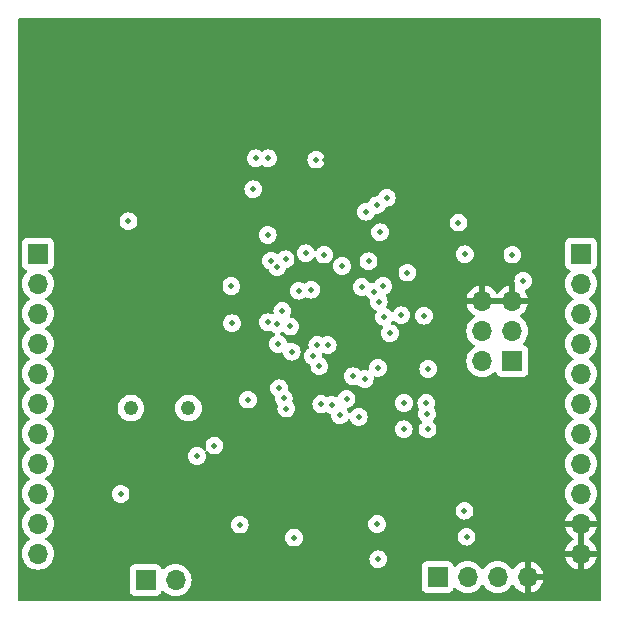
<source format=gbr>
%TF.GenerationSoftware,KiCad,Pcbnew,7.0.6-7.0.6~ubuntu22.04.1*%
%TF.CreationDate,2023-08-04T06:45:17-03:00*%
%TF.ProjectId,RF_Board,52465f42-6f61-4726-942e-6b696361645f,rev?*%
%TF.SameCoordinates,Original*%
%TF.FileFunction,Copper,L2,Inr*%
%TF.FilePolarity,Positive*%
%FSLAX46Y46*%
G04 Gerber Fmt 4.6, Leading zero omitted, Abs format (unit mm)*
G04 Created by KiCad (PCBNEW 7.0.6-7.0.6~ubuntu22.04.1) date 2023-08-04 06:45:17*
%MOMM*%
%LPD*%
G01*
G04 APERTURE LIST*
%TA.AperFunction,ComponentPad*%
%ADD10R,1.700000X1.700000*%
%TD*%
%TA.AperFunction,ComponentPad*%
%ADD11O,1.700000X1.700000*%
%TD*%
%TA.AperFunction,ComponentPad*%
%ADD12C,1.247000*%
%TD*%
%TA.AperFunction,ViaPad*%
%ADD13C,0.500000*%
%TD*%
G04 APERTURE END LIST*
D10*
%TO.N,Net-(J5-Pin_1)*%
%TO.C,J5*%
X184125000Y-94880000D03*
D11*
%TO.N,Net-(J5-Pin_2)*%
X186665000Y-94880000D03*
%TD*%
D10*
%TO.N,+3.3V*%
%TO.C,J7*%
X221000000Y-67270000D03*
D11*
%TO.N,/PA8*%
X221000000Y-69810000D03*
%TO.N,/PB15*%
X221000000Y-72350000D03*
%TO.N,/PB14*%
X221000000Y-74890000D03*
%TO.N,/PB13*%
X221000000Y-77430000D03*
%TO.N,/PB12*%
X221000000Y-79970000D03*
%TO.N,/PB11*%
X221000000Y-82510000D03*
%TO.N,/PB1*%
X221000000Y-85050000D03*
%TO.N,/PB0*%
X221000000Y-87590000D03*
%TO.N,Earth*%
X221000000Y-90130000D03*
X221000000Y-92670000D03*
%TD*%
D10*
%TO.N,+3.3V*%
%TO.C,J4*%
X215175000Y-76355000D03*
D11*
X212635000Y-76355000D03*
%TO.N,/BOOT0*%
X215175000Y-73815000D03*
%TO.N,/BOOT1*%
X212635000Y-73815000D03*
%TO.N,Earth*%
X215175000Y-71275000D03*
X212635000Y-71275000D03*
%TD*%
D10*
%TO.N,+3.3V*%
%TO.C,J3*%
X208850000Y-94640000D03*
D11*
%TO.N,/SWDIO*%
X211390000Y-94640000D03*
%TO.N,/SWCLK*%
X213930000Y-94640000D03*
%TO.N,Earth*%
X216470000Y-94640000D03*
%TD*%
D10*
%TO.N,/PA15*%
%TO.C,J6*%
X175000000Y-67270000D03*
D11*
%TO.N,/PB10*%
X175000000Y-69810000D03*
%TO.N,/PA0*%
X175000000Y-72350000D03*
%TO.N,/PA1*%
X175000000Y-74890000D03*
%TO.N,/PA2*%
X175000000Y-77430000D03*
%TO.N,/PA3*%
X175000000Y-79970000D03*
%TO.N,/NSS*%
X175000000Y-82510000D03*
%TO.N,/PA5*%
X175000000Y-85050000D03*
%TO.N,/MISO*%
X175000000Y-87590000D03*
%TO.N,/MOSI*%
X175000000Y-90130000D03*
%TO.N,VBUS*%
X175000000Y-92670000D03*
%TD*%
D12*
%TO.N,/OSC8_IN*%
%TO.C,Y1*%
X182880000Y-80350000D03*
%TO.N,/OSC8_OUT*%
X187760000Y-80350000D03*
%TD*%
D13*
%TO.N,Earth*%
X217310000Y-71280000D03*
X193680000Y-87490000D03*
X193365500Y-66160000D03*
X190730000Y-61810000D03*
X188900000Y-66960000D03*
X203360000Y-95570000D03*
X194520000Y-56730000D03*
X208690000Y-63870000D03*
X205230000Y-67440000D03*
X197970000Y-63230000D03*
X201790000Y-51680000D03*
X213140000Y-91980000D03*
X193470000Y-56730000D03*
X201630000Y-54710000D03*
X203740000Y-87600000D03*
X205250000Y-66210000D03*
X204340000Y-60850000D03*
X190740000Y-62900000D03*
X192820000Y-80590000D03*
X192090000Y-87490000D03*
X204850000Y-76290000D03*
X202360000Y-87620000D03*
X199320000Y-59300000D03*
X181980000Y-85110000D03*
X208430000Y-86850000D03*
X185060000Y-75610000D03*
X197360000Y-59330000D03*
X192410000Y-71060000D03*
X190730000Y-65290000D03*
X215510000Y-63890000D03*
X192530000Y-95570000D03*
X201550000Y-65130000D03*
X199310000Y-91690000D03*
X194568005Y-77978005D03*
X189770000Y-73920000D03*
X192710000Y-84330000D03*
X203180000Y-48820000D03*
X203550000Y-75870000D03*
X188660000Y-90290000D03*
X213140000Y-69084500D03*
X196500000Y-48760000D03*
X201820000Y-67644500D03*
X177790000Y-83910000D03*
X184600000Y-57310000D03*
X190410000Y-69990000D03*
X195700000Y-87690000D03*
X186140000Y-86950000D03*
X188880000Y-63770000D03*
X196850000Y-56720000D03*
X184050000Y-68570000D03*
X195800000Y-56720000D03*
X190740000Y-60750000D03*
X216110000Y-87700000D03*
%TO.N,+3.3V*%
X193470000Y-59200000D03*
X211130000Y-89030000D03*
X191380000Y-70000000D03*
X191450000Y-73170000D03*
X203990000Y-65460000D03*
X215190000Y-67340000D03*
X210620000Y-64630000D03*
X198584291Y-59300000D03*
X211300000Y-91230000D03*
X192790000Y-79630000D03*
X192100000Y-90200000D03*
X182680000Y-64520000D03*
X204820000Y-74010000D03*
X193250000Y-61820000D03*
X194520000Y-59200000D03*
X203004500Y-67915500D03*
X182010000Y-87610000D03*
X211160000Y-67320000D03*
%TO.N,VBUS*%
X203730000Y-90160000D03*
X203830000Y-93140000D03*
X196700000Y-91300000D03*
%TO.N,/PA0*%
X195440000Y-78660000D03*
%TO.N,/PA1*%
X195830000Y-79520000D03*
%TO.N,/PA2*%
X196040665Y-80376165D03*
%TO.N,/PA3*%
X199000000Y-80010000D03*
%TO.N,/NSS*%
X199900000Y-80070000D03*
X198300000Y-75940000D03*
X204540000Y-62530000D03*
%TO.N,/PA5*%
X200590000Y-80960000D03*
X198849887Y-76810113D03*
X206300000Y-68867000D03*
%TO.N,/MISO*%
X201140000Y-79570000D03*
X198660000Y-75005500D03*
X202790000Y-63710000D03*
%TO.N,/MOSI*%
X202170000Y-81090000D03*
X203680000Y-63180000D03*
X199540000Y-75005500D03*
%TO.N,/PA8*%
X216110000Y-69560000D03*
X202440000Y-70100000D03*
%TO.N,/PA15*%
X194761000Y-67850000D03*
%TO.N,/PB0*%
X201690000Y-77650000D03*
%TO.N,/PB1*%
X202682845Y-77885355D03*
%TO.N,/PB10*%
X205790000Y-72480000D03*
X196378415Y-73431585D03*
X207690000Y-72510000D03*
%TO.N,/DIO3*%
X197080000Y-70400000D03*
X197690000Y-67240000D03*
%TO.N,/DIO5*%
X199250000Y-67340000D03*
X198160000Y-70320000D03*
%TO.N,/NRESET*%
X195275187Y-68390313D03*
X194460000Y-65690000D03*
%TO.N,/PB11*%
X203800000Y-76930000D03*
X208064869Y-77017329D03*
%TO.N,/PB12*%
X204330000Y-72610000D03*
%TO.N,/PB13*%
X203860000Y-71330000D03*
%TO.N,/PB14*%
X203510000Y-70480000D03*
%TO.N,/PB15*%
X204240000Y-70004500D03*
%TO.N,Net-(U1-BOOT0)*%
X195700000Y-72130000D03*
X207960000Y-80800000D03*
%TO.N,Net-(U1-PB2)*%
X207890000Y-79920000D03*
X206010000Y-79910000D03*
%TO.N,Net-(U1-PC13-TAMPER-RTC)*%
X205990000Y-82130000D03*
X196492500Y-75570000D03*
X208000000Y-82140000D03*
X195350000Y-74900000D03*
%TO.N,/SWCLK*%
X195980000Y-67749500D03*
%TO.N,/SWDIO*%
X200770593Y-68310593D03*
%TO.N,/CAN_RX*%
X195240000Y-73260000D03*
X189960000Y-83510000D03*
%TO.N,/CAN_TX*%
X188480000Y-84410000D03*
X194460000Y-73080000D03*
%TD*%
%TA.AperFunction,Conductor*%
%TO.N,Earth*%
G36*
X221250000Y-92234498D02*
G01*
X221142315Y-92185320D01*
X221035763Y-92170000D01*
X220964237Y-92170000D01*
X220857685Y-92185320D01*
X220750000Y-92234498D01*
X220750000Y-90565501D01*
X220857685Y-90614680D01*
X220964237Y-90630000D01*
X221035763Y-90630000D01*
X221142315Y-90614680D01*
X221250000Y-90565501D01*
X221250000Y-92234498D01*
G37*
%TD.AperFunction*%
%TA.AperFunction,Conductor*%
G36*
X214715507Y-71065156D02*
G01*
X214675000Y-71203111D01*
X214675000Y-71346889D01*
X214715507Y-71484844D01*
X214741314Y-71525000D01*
X213068686Y-71525000D01*
X213094493Y-71484844D01*
X213135000Y-71346889D01*
X213135000Y-71203111D01*
X213094493Y-71065156D01*
X213068686Y-71025000D01*
X214741314Y-71025000D01*
X214715507Y-71065156D01*
G37*
%TD.AperFunction*%
%TA.AperFunction,Conductor*%
G36*
X222642539Y-47320185D02*
G01*
X222688294Y-47372989D01*
X222699500Y-47424500D01*
X222699500Y-96575500D01*
X222679815Y-96642539D01*
X222627011Y-96688294D01*
X222575500Y-96699500D01*
X173424500Y-96699500D01*
X173357461Y-96679815D01*
X173311706Y-96627011D01*
X173300500Y-96575500D01*
X173300500Y-95777870D01*
X182774500Y-95777870D01*
X182774501Y-95777876D01*
X182780908Y-95837483D01*
X182831202Y-95972328D01*
X182831206Y-95972335D01*
X182917452Y-96087544D01*
X182917455Y-96087547D01*
X183032664Y-96173793D01*
X183032671Y-96173797D01*
X183167517Y-96224091D01*
X183167516Y-96224091D01*
X183174444Y-96224835D01*
X183227127Y-96230500D01*
X185022872Y-96230499D01*
X185082483Y-96224091D01*
X185217331Y-96173796D01*
X185332546Y-96087546D01*
X185418796Y-95972331D01*
X185467810Y-95840916D01*
X185509681Y-95784984D01*
X185575145Y-95760566D01*
X185643418Y-95775417D01*
X185671673Y-95796569D01*
X185793599Y-95918495D01*
X185887280Y-95984091D01*
X185987165Y-96054032D01*
X185987167Y-96054033D01*
X185987170Y-96054035D01*
X186201337Y-96153903D01*
X186429592Y-96215063D01*
X186606034Y-96230500D01*
X186664999Y-96235659D01*
X186665000Y-96235659D01*
X186665001Y-96235659D01*
X186723966Y-96230500D01*
X186900408Y-96215063D01*
X187128663Y-96153903D01*
X187342830Y-96054035D01*
X187536401Y-95918495D01*
X187703495Y-95751401D01*
X187839035Y-95557830D01*
X187848343Y-95537870D01*
X207499500Y-95537870D01*
X207499501Y-95537876D01*
X207505908Y-95597483D01*
X207556202Y-95732328D01*
X207556206Y-95732335D01*
X207642452Y-95847544D01*
X207642455Y-95847547D01*
X207757664Y-95933793D01*
X207757671Y-95933797D01*
X207892517Y-95984091D01*
X207892516Y-95984091D01*
X207899444Y-95984835D01*
X207952127Y-95990500D01*
X209747872Y-95990499D01*
X209807483Y-95984091D01*
X209942331Y-95933796D01*
X210057546Y-95847546D01*
X210143796Y-95732331D01*
X210192810Y-95600916D01*
X210234681Y-95544984D01*
X210300145Y-95520566D01*
X210368418Y-95535417D01*
X210396673Y-95556569D01*
X210518599Y-95678495D01*
X210615384Y-95746264D01*
X210712165Y-95814032D01*
X210712167Y-95814033D01*
X210712170Y-95814035D01*
X210926337Y-95913903D01*
X210926343Y-95913904D01*
X210926344Y-95913905D01*
X210943486Y-95918498D01*
X211154592Y-95975063D01*
X211331034Y-95990500D01*
X211389999Y-95995659D01*
X211390000Y-95995659D01*
X211390001Y-95995659D01*
X211448966Y-95990500D01*
X211625408Y-95975063D01*
X211853663Y-95913903D01*
X212067830Y-95814035D01*
X212261401Y-95678495D01*
X212428495Y-95511401D01*
X212558424Y-95325842D01*
X212613002Y-95282217D01*
X212682500Y-95275023D01*
X212744855Y-95306546D01*
X212761575Y-95325842D01*
X212891281Y-95511082D01*
X212891505Y-95511401D01*
X213058599Y-95678495D01*
X213155384Y-95746264D01*
X213252165Y-95814032D01*
X213252167Y-95814033D01*
X213252170Y-95814035D01*
X213466337Y-95913903D01*
X213466343Y-95913904D01*
X213466344Y-95913905D01*
X213483486Y-95918498D01*
X213694592Y-95975063D01*
X213871034Y-95990500D01*
X213929999Y-95995659D01*
X213930000Y-95995659D01*
X213930001Y-95995659D01*
X213988966Y-95990500D01*
X214165408Y-95975063D01*
X214393663Y-95913903D01*
X214607830Y-95814035D01*
X214801401Y-95678495D01*
X214968495Y-95511401D01*
X215098730Y-95325405D01*
X215153307Y-95281781D01*
X215222805Y-95274587D01*
X215285160Y-95306110D01*
X215301879Y-95325405D01*
X215431890Y-95511078D01*
X215598917Y-95678105D01*
X215792421Y-95813600D01*
X216006507Y-95913429D01*
X216006516Y-95913433D01*
X216220000Y-95970634D01*
X216220000Y-95075501D01*
X216327685Y-95124680D01*
X216434237Y-95140000D01*
X216505763Y-95140000D01*
X216612315Y-95124680D01*
X216720000Y-95075501D01*
X216720000Y-95970634D01*
X216933483Y-95913433D01*
X216933492Y-95913429D01*
X217147578Y-95813600D01*
X217341082Y-95678105D01*
X217508105Y-95511082D01*
X217643600Y-95317578D01*
X217743429Y-95103492D01*
X217743432Y-95103486D01*
X217800636Y-94890000D01*
X216903686Y-94890000D01*
X216929493Y-94849844D01*
X216970000Y-94711889D01*
X216970000Y-94568111D01*
X216929493Y-94430156D01*
X216903686Y-94390000D01*
X217800636Y-94390000D01*
X217800635Y-94389999D01*
X217743432Y-94176513D01*
X217743429Y-94176507D01*
X217643600Y-93962422D01*
X217643599Y-93962420D01*
X217508113Y-93768926D01*
X217508108Y-93768920D01*
X217341082Y-93601894D01*
X217147578Y-93466399D01*
X216933492Y-93366570D01*
X216933486Y-93366567D01*
X216720000Y-93309364D01*
X216720000Y-94204498D01*
X216612315Y-94155320D01*
X216505763Y-94140000D01*
X216434237Y-94140000D01*
X216327685Y-94155320D01*
X216220000Y-94204498D01*
X216220000Y-93309364D01*
X216219999Y-93309364D01*
X216006513Y-93366567D01*
X216006507Y-93366570D01*
X215792422Y-93466399D01*
X215792420Y-93466400D01*
X215598926Y-93601886D01*
X215598920Y-93601891D01*
X215431891Y-93768920D01*
X215431890Y-93768922D01*
X215301880Y-93954595D01*
X215247303Y-93998219D01*
X215177804Y-94005412D01*
X215115450Y-93973890D01*
X215098730Y-93954594D01*
X214968494Y-93768597D01*
X214801402Y-93601506D01*
X214801395Y-93601501D01*
X214607834Y-93465967D01*
X214607830Y-93465965D01*
X214607828Y-93465964D01*
X214393663Y-93366097D01*
X214393659Y-93366096D01*
X214393655Y-93366094D01*
X214165413Y-93304938D01*
X214165403Y-93304936D01*
X213930001Y-93284341D01*
X213929999Y-93284341D01*
X213694596Y-93304936D01*
X213694586Y-93304938D01*
X213466344Y-93366094D01*
X213466335Y-93366098D01*
X213252171Y-93465964D01*
X213252169Y-93465965D01*
X213058597Y-93601505D01*
X212891505Y-93768597D01*
X212761575Y-93954158D01*
X212706998Y-93997783D01*
X212637500Y-94004977D01*
X212575145Y-93973454D01*
X212558425Y-93954158D01*
X212428494Y-93768597D01*
X212261402Y-93601506D01*
X212261395Y-93601501D01*
X212067834Y-93465967D01*
X212067830Y-93465965D01*
X212067828Y-93465964D01*
X211853663Y-93366097D01*
X211853659Y-93366096D01*
X211853655Y-93366094D01*
X211625413Y-93304938D01*
X211625403Y-93304936D01*
X211390001Y-93284341D01*
X211389999Y-93284341D01*
X211154596Y-93304936D01*
X211154586Y-93304938D01*
X210926344Y-93366094D01*
X210926335Y-93366098D01*
X210712171Y-93465964D01*
X210712169Y-93465965D01*
X210518600Y-93601503D01*
X210396673Y-93723430D01*
X210335350Y-93756914D01*
X210265658Y-93751930D01*
X210209725Y-93710058D01*
X210192810Y-93679081D01*
X210143797Y-93547671D01*
X210143793Y-93547664D01*
X210057547Y-93432455D01*
X210057544Y-93432452D01*
X209942335Y-93346206D01*
X209942328Y-93346202D01*
X209807482Y-93295908D01*
X209807483Y-93295908D01*
X209747883Y-93289501D01*
X209747881Y-93289500D01*
X209747873Y-93289500D01*
X209747864Y-93289500D01*
X207952129Y-93289500D01*
X207952123Y-93289501D01*
X207892516Y-93295908D01*
X207757671Y-93346202D01*
X207757664Y-93346206D01*
X207642455Y-93432452D01*
X207642452Y-93432455D01*
X207556206Y-93547664D01*
X207556202Y-93547671D01*
X207505908Y-93682517D01*
X207499501Y-93742116D01*
X207499500Y-93742135D01*
X207499500Y-95537870D01*
X187848343Y-95537870D01*
X187938903Y-95343663D01*
X188000063Y-95115408D01*
X188020659Y-94880000D01*
X188000063Y-94644592D01*
X187938903Y-94416337D01*
X187839035Y-94202171D01*
X187821070Y-94176513D01*
X187703494Y-94008597D01*
X187536402Y-93841506D01*
X187536395Y-93841501D01*
X187342834Y-93705967D01*
X187342830Y-93705965D01*
X187342828Y-93705964D01*
X187128663Y-93606097D01*
X187128659Y-93606096D01*
X187128655Y-93606094D01*
X186900413Y-93544938D01*
X186900403Y-93544936D01*
X186665001Y-93524341D01*
X186664999Y-93524341D01*
X186429596Y-93544936D01*
X186429586Y-93544938D01*
X186201344Y-93606094D01*
X186201335Y-93606098D01*
X185987171Y-93705964D01*
X185987169Y-93705965D01*
X185793600Y-93841503D01*
X185671673Y-93963430D01*
X185610350Y-93996914D01*
X185540658Y-93991930D01*
X185484725Y-93950058D01*
X185467810Y-93919081D01*
X185418797Y-93787671D01*
X185418793Y-93787664D01*
X185332547Y-93672455D01*
X185332544Y-93672452D01*
X185217335Y-93586206D01*
X185217328Y-93586202D01*
X185082482Y-93535908D01*
X185082483Y-93535908D01*
X185022883Y-93529501D01*
X185022881Y-93529500D01*
X185022873Y-93529500D01*
X185022864Y-93529500D01*
X183227129Y-93529500D01*
X183227123Y-93529501D01*
X183167516Y-93535908D01*
X183032671Y-93586202D01*
X183032664Y-93586206D01*
X182917455Y-93672452D01*
X182917452Y-93672455D01*
X182831206Y-93787664D01*
X182831202Y-93787671D01*
X182780908Y-93922517D01*
X182774501Y-93982116D01*
X182774500Y-93982135D01*
X182774500Y-95777870D01*
X173300500Y-95777870D01*
X173300500Y-92670000D01*
X173644341Y-92670000D01*
X173664936Y-92905403D01*
X173664938Y-92905413D01*
X173726094Y-93133655D01*
X173726096Y-93133659D01*
X173726097Y-93133663D01*
X173808028Y-93309364D01*
X173825965Y-93347830D01*
X173825967Y-93347834D01*
X173909892Y-93467690D01*
X173961505Y-93541401D01*
X174128599Y-93708495D01*
X174214436Y-93768599D01*
X174322165Y-93844032D01*
X174322167Y-93844033D01*
X174322170Y-93844035D01*
X174536337Y-93943903D01*
X174536343Y-93943904D01*
X174536344Y-93943905D01*
X174591285Y-93958626D01*
X174764592Y-94005063D01*
X174952918Y-94021539D01*
X174999999Y-94025659D01*
X175000000Y-94025659D01*
X175000001Y-94025659D01*
X175039234Y-94022226D01*
X175235408Y-94005063D01*
X175463663Y-93943903D01*
X175677830Y-93844035D01*
X175871401Y-93708495D01*
X176038495Y-93541401D01*
X176174035Y-93347830D01*
X176270947Y-93140002D01*
X203074751Y-93140002D01*
X203093685Y-93308056D01*
X203149545Y-93467694D01*
X203149547Y-93467697D01*
X203239518Y-93610884D01*
X203239523Y-93610890D01*
X203359109Y-93730476D01*
X203359115Y-93730481D01*
X203502302Y-93820452D01*
X203502305Y-93820454D01*
X203502309Y-93820455D01*
X203502310Y-93820456D01*
X203562459Y-93841503D01*
X203661943Y-93876314D01*
X203829997Y-93895249D01*
X203830000Y-93895249D01*
X203830003Y-93895249D01*
X203998056Y-93876314D01*
X203998059Y-93876313D01*
X204157690Y-93820456D01*
X204157692Y-93820454D01*
X204157694Y-93820454D01*
X204157697Y-93820452D01*
X204300884Y-93730481D01*
X204300885Y-93730480D01*
X204300890Y-93730477D01*
X204420477Y-93610890D01*
X204426130Y-93601894D01*
X204510452Y-93467697D01*
X204510454Y-93467694D01*
X204510454Y-93467692D01*
X204510456Y-93467690D01*
X204566313Y-93308059D01*
X204566313Y-93308058D01*
X204566314Y-93308056D01*
X204585249Y-93140002D01*
X204585249Y-93139997D01*
X204566314Y-92971943D01*
X204510454Y-92812305D01*
X204510452Y-92812302D01*
X204420481Y-92669115D01*
X204420476Y-92669109D01*
X204300890Y-92549523D01*
X204300884Y-92549518D01*
X204157697Y-92459547D01*
X204157694Y-92459545D01*
X203998056Y-92403685D01*
X203830003Y-92384751D01*
X203829997Y-92384751D01*
X203661943Y-92403685D01*
X203502305Y-92459545D01*
X203502302Y-92459547D01*
X203359115Y-92549518D01*
X203359109Y-92549523D01*
X203239523Y-92669109D01*
X203239518Y-92669115D01*
X203149547Y-92812302D01*
X203149545Y-92812305D01*
X203093685Y-92971943D01*
X203074751Y-93139997D01*
X203074751Y-93140002D01*
X176270947Y-93140002D01*
X176273903Y-93133663D01*
X176335063Y-92905408D01*
X176355659Y-92670000D01*
X176335063Y-92434592D01*
X176273903Y-92206337D01*
X176174035Y-91992171D01*
X176169189Y-91985249D01*
X176038494Y-91798597D01*
X175871402Y-91631506D01*
X175871396Y-91631501D01*
X175685842Y-91501575D01*
X175642217Y-91446998D01*
X175635023Y-91377500D01*
X175666546Y-91315145D01*
X175684022Y-91300002D01*
X195944751Y-91300002D01*
X195963685Y-91468056D01*
X196019545Y-91627694D01*
X196019547Y-91627697D01*
X196109518Y-91770884D01*
X196109523Y-91770890D01*
X196229109Y-91890476D01*
X196229115Y-91890481D01*
X196372302Y-91980452D01*
X196372305Y-91980454D01*
X196372309Y-91980455D01*
X196372310Y-91980456D01*
X196406507Y-91992422D01*
X196531943Y-92036314D01*
X196699997Y-92055249D01*
X196700000Y-92055249D01*
X196700003Y-92055249D01*
X196868056Y-92036314D01*
X196868059Y-92036313D01*
X197027690Y-91980456D01*
X197027692Y-91980454D01*
X197027694Y-91980454D01*
X197027697Y-91980452D01*
X197170884Y-91890481D01*
X197170885Y-91890480D01*
X197170890Y-91890477D01*
X197290477Y-91770890D01*
X197334465Y-91700884D01*
X197380452Y-91627697D01*
X197380454Y-91627694D01*
X197380454Y-91627692D01*
X197380456Y-91627690D01*
X197436313Y-91468059D01*
X197436313Y-91468058D01*
X197436314Y-91468056D01*
X197455249Y-91300002D01*
X197455249Y-91299997D01*
X197447363Y-91230002D01*
X210544751Y-91230002D01*
X210563685Y-91398056D01*
X210619545Y-91557694D01*
X210619547Y-91557697D01*
X210709518Y-91700884D01*
X210709523Y-91700890D01*
X210829109Y-91820476D01*
X210829115Y-91820481D01*
X210972302Y-91910452D01*
X210972305Y-91910454D01*
X210972309Y-91910455D01*
X210972310Y-91910456D01*
X211044913Y-91935860D01*
X211131943Y-91966314D01*
X211299997Y-91985249D01*
X211300000Y-91985249D01*
X211300003Y-91985249D01*
X211468056Y-91966314D01*
X211468059Y-91966313D01*
X211627690Y-91910456D01*
X211627692Y-91910454D01*
X211627694Y-91910454D01*
X211627697Y-91910452D01*
X211770884Y-91820481D01*
X211770885Y-91820480D01*
X211770890Y-91820477D01*
X211890477Y-91700890D01*
X211890481Y-91700884D01*
X211980452Y-91557697D01*
X211980454Y-91557694D01*
X211980454Y-91557692D01*
X211980456Y-91557690D01*
X212036313Y-91398059D01*
X212036313Y-91398058D01*
X212036314Y-91398056D01*
X212055249Y-91230002D01*
X212055249Y-91229997D01*
X212036314Y-91061943D01*
X211992354Y-90936313D01*
X211980456Y-90902310D01*
X211980455Y-90902309D01*
X211980454Y-90902305D01*
X211980452Y-90902302D01*
X211890481Y-90759115D01*
X211890476Y-90759109D01*
X211770890Y-90639523D01*
X211770884Y-90639518D01*
X211627697Y-90549547D01*
X211627694Y-90549545D01*
X211468056Y-90493685D01*
X211300003Y-90474751D01*
X211299997Y-90474751D01*
X211131943Y-90493685D01*
X210972305Y-90549545D01*
X210972302Y-90549547D01*
X210829115Y-90639518D01*
X210829109Y-90639523D01*
X210709523Y-90759109D01*
X210709518Y-90759115D01*
X210619547Y-90902302D01*
X210619545Y-90902305D01*
X210563685Y-91061943D01*
X210544751Y-91229997D01*
X210544751Y-91230002D01*
X197447363Y-91230002D01*
X197436314Y-91131943D01*
X197380454Y-90972305D01*
X197380452Y-90972302D01*
X197290481Y-90829115D01*
X197290476Y-90829109D01*
X197170890Y-90709523D01*
X197170884Y-90709518D01*
X197027697Y-90619547D01*
X197027694Y-90619545D01*
X196868056Y-90563685D01*
X196700003Y-90544751D01*
X196699997Y-90544751D01*
X196531943Y-90563685D01*
X196372305Y-90619545D01*
X196372302Y-90619547D01*
X196229115Y-90709518D01*
X196229109Y-90709523D01*
X196109523Y-90829109D01*
X196109518Y-90829115D01*
X196019547Y-90972302D01*
X196019545Y-90972305D01*
X195963685Y-91131943D01*
X195944751Y-91299997D01*
X195944751Y-91300002D01*
X175684022Y-91300002D01*
X175685842Y-91298425D01*
X175783567Y-91229997D01*
X175871401Y-91168495D01*
X176038495Y-91001401D01*
X176174035Y-90807830D01*
X176273903Y-90593663D01*
X176335063Y-90365408D01*
X176349534Y-90200002D01*
X191344751Y-90200002D01*
X191363685Y-90368056D01*
X191419545Y-90527694D01*
X191419547Y-90527697D01*
X191509518Y-90670884D01*
X191509523Y-90670890D01*
X191629109Y-90790476D01*
X191629115Y-90790481D01*
X191772302Y-90880452D01*
X191772305Y-90880454D01*
X191772309Y-90880455D01*
X191772310Y-90880456D01*
X191844913Y-90905860D01*
X191931943Y-90936314D01*
X192099997Y-90955249D01*
X192100000Y-90955249D01*
X192100003Y-90955249D01*
X192268056Y-90936314D01*
X192268059Y-90936313D01*
X192427690Y-90880456D01*
X192427692Y-90880454D01*
X192427694Y-90880454D01*
X192427697Y-90880452D01*
X192570884Y-90790481D01*
X192570885Y-90790480D01*
X192570890Y-90790477D01*
X192690477Y-90670890D01*
X192690481Y-90670884D01*
X192780452Y-90527697D01*
X192780454Y-90527694D01*
X192780454Y-90527692D01*
X192780456Y-90527690D01*
X192836313Y-90368059D01*
X192836313Y-90368058D01*
X192836314Y-90368056D01*
X192855249Y-90200002D01*
X192855249Y-90199997D01*
X192850743Y-90160002D01*
X202974751Y-90160002D01*
X202993685Y-90328056D01*
X203049545Y-90487694D01*
X203049547Y-90487697D01*
X203139518Y-90630884D01*
X203139523Y-90630890D01*
X203259109Y-90750476D01*
X203259115Y-90750481D01*
X203402302Y-90840452D01*
X203402305Y-90840454D01*
X203402309Y-90840455D01*
X203402310Y-90840456D01*
X203474913Y-90865860D01*
X203561943Y-90896314D01*
X203729997Y-90915249D01*
X203730000Y-90915249D01*
X203730003Y-90915249D01*
X203898056Y-90896314D01*
X203898059Y-90896313D01*
X204057690Y-90840456D01*
X204057692Y-90840454D01*
X204057694Y-90840454D01*
X204057697Y-90840452D01*
X204200884Y-90750481D01*
X204200885Y-90750480D01*
X204200890Y-90750477D01*
X204320477Y-90630890D01*
X204321036Y-90630000D01*
X204410452Y-90487697D01*
X204410454Y-90487694D01*
X204410454Y-90487692D01*
X204410456Y-90487690D01*
X204466313Y-90328059D01*
X204466313Y-90328058D01*
X204466314Y-90328056D01*
X204485249Y-90160002D01*
X204485249Y-90159997D01*
X204466314Y-89991943D01*
X204427143Y-89879999D01*
X204410456Y-89832310D01*
X204410455Y-89832309D01*
X204410454Y-89832305D01*
X204410452Y-89832302D01*
X204320481Y-89689115D01*
X204320476Y-89689109D01*
X204200890Y-89569523D01*
X204200884Y-89569518D01*
X204057697Y-89479547D01*
X204057694Y-89479545D01*
X203898056Y-89423685D01*
X203730003Y-89404751D01*
X203729997Y-89404751D01*
X203561943Y-89423685D01*
X203402305Y-89479545D01*
X203402302Y-89479547D01*
X203259115Y-89569518D01*
X203259109Y-89569523D01*
X203139523Y-89689109D01*
X203139518Y-89689115D01*
X203049547Y-89832302D01*
X203049545Y-89832305D01*
X202993685Y-89991943D01*
X202974751Y-90159997D01*
X202974751Y-90160002D01*
X192850743Y-90160002D01*
X192836314Y-90031943D01*
X192788253Y-89894592D01*
X192780456Y-89872310D01*
X192780455Y-89872309D01*
X192780454Y-89872305D01*
X192780452Y-89872302D01*
X192690481Y-89729115D01*
X192690476Y-89729109D01*
X192570890Y-89609523D01*
X192570884Y-89609518D01*
X192427697Y-89519547D01*
X192427694Y-89519545D01*
X192268056Y-89463685D01*
X192100003Y-89444751D01*
X192099997Y-89444751D01*
X191931943Y-89463685D01*
X191772305Y-89519545D01*
X191772302Y-89519547D01*
X191629115Y-89609518D01*
X191629109Y-89609523D01*
X191509523Y-89729109D01*
X191509518Y-89729115D01*
X191419547Y-89872302D01*
X191419545Y-89872305D01*
X191363685Y-90031943D01*
X191344751Y-90199997D01*
X191344751Y-90200002D01*
X176349534Y-90200002D01*
X176355659Y-90130000D01*
X176335063Y-89894592D01*
X176273903Y-89666337D01*
X176174035Y-89452171D01*
X176168840Y-89444751D01*
X176038494Y-89258597D01*
X175871402Y-89091506D01*
X175871396Y-89091501D01*
X175783566Y-89030002D01*
X210374751Y-89030002D01*
X210393685Y-89198056D01*
X210449545Y-89357694D01*
X210449547Y-89357697D01*
X210539518Y-89500884D01*
X210539523Y-89500890D01*
X210659109Y-89620476D01*
X210659115Y-89620481D01*
X210802302Y-89710452D01*
X210802305Y-89710454D01*
X210802309Y-89710455D01*
X210802310Y-89710456D01*
X210855635Y-89729115D01*
X210961943Y-89766314D01*
X211129997Y-89785249D01*
X211130000Y-89785249D01*
X211130003Y-89785249D01*
X211298056Y-89766314D01*
X211298059Y-89766313D01*
X211457690Y-89710456D01*
X211457692Y-89710454D01*
X211457694Y-89710454D01*
X211457697Y-89710452D01*
X211600884Y-89620481D01*
X211600885Y-89620480D01*
X211600890Y-89620477D01*
X211720477Y-89500890D01*
X211733890Y-89479544D01*
X211810452Y-89357697D01*
X211810454Y-89357694D01*
X211810454Y-89357692D01*
X211810456Y-89357690D01*
X211866313Y-89198059D01*
X211866313Y-89198058D01*
X211866314Y-89198056D01*
X211885249Y-89030002D01*
X211885249Y-89029997D01*
X211866314Y-88861943D01*
X211810454Y-88702305D01*
X211810452Y-88702302D01*
X211720481Y-88559115D01*
X211720476Y-88559109D01*
X211600890Y-88439523D01*
X211600884Y-88439518D01*
X211457697Y-88349547D01*
X211457694Y-88349545D01*
X211298056Y-88293685D01*
X211130003Y-88274751D01*
X211129997Y-88274751D01*
X210961943Y-88293685D01*
X210802305Y-88349545D01*
X210802302Y-88349547D01*
X210659115Y-88439518D01*
X210659109Y-88439523D01*
X210539523Y-88559109D01*
X210539518Y-88559115D01*
X210449547Y-88702302D01*
X210449545Y-88702305D01*
X210393685Y-88861943D01*
X210374751Y-89029997D01*
X210374751Y-89030002D01*
X175783566Y-89030002D01*
X175685842Y-88961575D01*
X175642217Y-88906998D01*
X175635023Y-88837500D01*
X175666546Y-88775145D01*
X175685842Y-88758425D01*
X175765994Y-88702302D01*
X175871401Y-88628495D01*
X176038495Y-88461401D01*
X176174035Y-88267830D01*
X176273903Y-88053663D01*
X176335063Y-87825408D01*
X176353909Y-87610002D01*
X181254751Y-87610002D01*
X181273685Y-87778056D01*
X181329545Y-87937694D01*
X181329547Y-87937697D01*
X181419518Y-88080884D01*
X181419523Y-88080890D01*
X181539109Y-88200476D01*
X181539115Y-88200481D01*
X181682302Y-88290452D01*
X181682305Y-88290454D01*
X181682309Y-88290455D01*
X181682310Y-88290456D01*
X181691544Y-88293687D01*
X181841943Y-88346314D01*
X182009997Y-88365249D01*
X182010000Y-88365249D01*
X182010003Y-88365249D01*
X182178056Y-88346314D01*
X182178059Y-88346313D01*
X182337690Y-88290456D01*
X182337692Y-88290454D01*
X182337694Y-88290454D01*
X182337697Y-88290452D01*
X182480884Y-88200481D01*
X182480885Y-88200480D01*
X182480890Y-88200477D01*
X182600477Y-88080890D01*
X182600481Y-88080884D01*
X182690452Y-87937697D01*
X182690454Y-87937694D01*
X182690454Y-87937692D01*
X182690456Y-87937690D01*
X182746313Y-87778059D01*
X182746313Y-87778058D01*
X182746314Y-87778056D01*
X182765249Y-87610002D01*
X182765249Y-87609997D01*
X182762996Y-87590000D01*
X219644341Y-87590000D01*
X219664936Y-87825403D01*
X219664938Y-87825413D01*
X219726094Y-88053655D01*
X219726096Y-88053659D01*
X219726097Y-88053663D01*
X219794557Y-88200476D01*
X219825965Y-88267830D01*
X219825967Y-88267834D01*
X219961501Y-88461395D01*
X219961506Y-88461402D01*
X220128597Y-88628493D01*
X220128603Y-88628498D01*
X220314594Y-88758730D01*
X220358219Y-88813307D01*
X220365413Y-88882805D01*
X220333890Y-88945160D01*
X220314595Y-88961880D01*
X220128922Y-89091890D01*
X220128920Y-89091891D01*
X219961891Y-89258920D01*
X219961886Y-89258926D01*
X219826400Y-89452420D01*
X219826399Y-89452422D01*
X219726570Y-89666507D01*
X219726567Y-89666513D01*
X219669364Y-89879999D01*
X219669364Y-89880000D01*
X220566314Y-89880000D01*
X220540507Y-89920156D01*
X220500000Y-90058111D01*
X220500000Y-90201889D01*
X220540507Y-90339844D01*
X220566314Y-90380000D01*
X219669364Y-90380000D01*
X219726567Y-90593486D01*
X219726570Y-90593492D01*
X219826399Y-90807578D01*
X219961894Y-91001082D01*
X220128917Y-91168105D01*
X220315031Y-91298425D01*
X220358656Y-91353003D01*
X220365848Y-91422501D01*
X220334326Y-91484856D01*
X220315031Y-91501575D01*
X220128922Y-91631890D01*
X220128920Y-91631891D01*
X219961891Y-91798920D01*
X219961886Y-91798926D01*
X219826400Y-91992420D01*
X219826399Y-91992422D01*
X219726570Y-92206507D01*
X219726567Y-92206513D01*
X219669364Y-92419999D01*
X219669364Y-92420000D01*
X220566314Y-92420000D01*
X220540507Y-92460156D01*
X220500000Y-92598111D01*
X220500000Y-92741889D01*
X220540507Y-92879844D01*
X220566314Y-92920000D01*
X219669364Y-92920000D01*
X219726567Y-93133486D01*
X219726570Y-93133492D01*
X219826399Y-93347578D01*
X219961894Y-93541082D01*
X220128917Y-93708105D01*
X220322421Y-93843600D01*
X220536507Y-93943429D01*
X220536516Y-93943433D01*
X220750000Y-94000634D01*
X220750000Y-93105501D01*
X220857685Y-93154680D01*
X220964237Y-93170000D01*
X221035763Y-93170000D01*
X221142315Y-93154680D01*
X221250000Y-93105501D01*
X221250000Y-94000633D01*
X221463483Y-93943433D01*
X221463492Y-93943429D01*
X221677578Y-93843600D01*
X221871082Y-93708105D01*
X222038105Y-93541082D01*
X222173600Y-93347578D01*
X222273429Y-93133492D01*
X222273432Y-93133486D01*
X222330636Y-92920000D01*
X221433686Y-92920000D01*
X221459493Y-92879844D01*
X221500000Y-92741889D01*
X221500000Y-92598111D01*
X221459493Y-92460156D01*
X221433686Y-92420000D01*
X222330636Y-92420000D01*
X222330635Y-92419999D01*
X222273432Y-92206513D01*
X222273429Y-92206507D01*
X222173600Y-91992422D01*
X222173599Y-91992420D01*
X222038113Y-91798926D01*
X222038108Y-91798920D01*
X221871082Y-91631894D01*
X221684968Y-91501575D01*
X221641344Y-91446998D01*
X221634151Y-91377499D01*
X221665673Y-91315145D01*
X221684968Y-91298425D01*
X221871082Y-91168105D01*
X222038105Y-91001082D01*
X222173600Y-90807578D01*
X222273429Y-90593492D01*
X222273432Y-90593486D01*
X222330636Y-90380000D01*
X221433686Y-90380000D01*
X221459493Y-90339844D01*
X221500000Y-90201889D01*
X221500000Y-90058111D01*
X221459493Y-89920156D01*
X221433686Y-89880000D01*
X222330636Y-89880000D01*
X222330635Y-89879999D01*
X222273432Y-89666513D01*
X222273429Y-89666507D01*
X222173600Y-89452422D01*
X222173599Y-89452420D01*
X222038113Y-89258926D01*
X222038108Y-89258920D01*
X221871078Y-89091890D01*
X221685405Y-88961879D01*
X221641780Y-88907302D01*
X221634588Y-88837804D01*
X221666110Y-88775449D01*
X221685406Y-88758730D01*
X221765989Y-88702305D01*
X221871401Y-88628495D01*
X222038495Y-88461401D01*
X222174035Y-88267830D01*
X222273903Y-88053663D01*
X222335063Y-87825408D01*
X222355659Y-87590000D01*
X222335063Y-87354592D01*
X222277327Y-87139115D01*
X222273905Y-87126344D01*
X222273904Y-87126343D01*
X222273903Y-87126337D01*
X222174035Y-86912171D01*
X222147089Y-86873687D01*
X222038494Y-86718597D01*
X221871402Y-86551506D01*
X221871396Y-86551501D01*
X221685842Y-86421575D01*
X221642217Y-86366998D01*
X221635023Y-86297500D01*
X221666546Y-86235145D01*
X221685842Y-86218425D01*
X221708026Y-86202891D01*
X221871401Y-86088495D01*
X222038495Y-85921401D01*
X222174035Y-85727830D01*
X222273903Y-85513663D01*
X222335063Y-85285408D01*
X222355659Y-85050000D01*
X222335063Y-84814592D01*
X222273903Y-84586337D01*
X222174035Y-84372171D01*
X222085910Y-84246314D01*
X222038494Y-84178597D01*
X221871402Y-84011506D01*
X221871401Y-84011505D01*
X221685842Y-83881575D01*
X221685841Y-83881574D01*
X221642216Y-83826997D01*
X221635024Y-83757498D01*
X221666546Y-83695144D01*
X221685836Y-83678428D01*
X221871401Y-83548495D01*
X222038495Y-83381401D01*
X222174035Y-83187830D01*
X222273903Y-82973663D01*
X222335063Y-82745408D01*
X222355659Y-82510000D01*
X222335063Y-82274592D01*
X222273903Y-82046337D01*
X222174035Y-81832171D01*
X222169934Y-81826313D01*
X222038494Y-81638597D01*
X221871402Y-81471506D01*
X221871396Y-81471501D01*
X221685842Y-81341575D01*
X221642217Y-81286998D01*
X221635023Y-81217500D01*
X221666546Y-81155145D01*
X221685842Y-81138425D01*
X221802670Y-81056621D01*
X221871401Y-81008495D01*
X222038495Y-80841401D01*
X222174035Y-80647830D01*
X222273903Y-80433663D01*
X222335063Y-80205408D01*
X222355659Y-79970000D01*
X222335063Y-79734592D01*
X222282684Y-79539109D01*
X222273905Y-79506344D01*
X222273904Y-79506343D01*
X222273903Y-79506337D01*
X222174035Y-79292171D01*
X222171699Y-79288834D01*
X222038494Y-79098597D01*
X221871402Y-78931506D01*
X221871401Y-78931505D01*
X221723661Y-78828056D01*
X221685841Y-78801574D01*
X221642216Y-78746997D01*
X221635024Y-78677498D01*
X221666546Y-78615144D01*
X221685836Y-78598428D01*
X221871401Y-78468495D01*
X222038495Y-78301401D01*
X222174035Y-78107830D01*
X222273903Y-77893663D01*
X222335063Y-77665408D01*
X222355659Y-77430000D01*
X222335063Y-77194592D01*
X222273903Y-76966337D01*
X222174035Y-76752171D01*
X222130247Y-76689634D01*
X222038494Y-76558597D01*
X221871402Y-76391506D01*
X221871396Y-76391501D01*
X221685842Y-76261575D01*
X221642217Y-76206998D01*
X221635023Y-76137500D01*
X221666546Y-76075145D01*
X221685842Y-76058425D01*
X221854967Y-75940002D01*
X221871401Y-75928495D01*
X222038495Y-75761401D01*
X222174035Y-75567830D01*
X222273903Y-75353663D01*
X222335063Y-75125408D01*
X222355659Y-74890000D01*
X222353878Y-74869649D01*
X222341830Y-74731940D01*
X222335063Y-74654592D01*
X222273903Y-74426337D01*
X222174035Y-74212171D01*
X222140087Y-74163687D01*
X222038494Y-74018597D01*
X221871402Y-73851506D01*
X221871401Y-73851505D01*
X221685842Y-73721575D01*
X221685841Y-73721574D01*
X221642216Y-73666997D01*
X221635024Y-73597498D01*
X221666546Y-73535144D01*
X221685836Y-73518428D01*
X221871401Y-73388495D01*
X222038495Y-73221401D01*
X222174035Y-73027830D01*
X222273903Y-72813663D01*
X222335063Y-72585408D01*
X222355659Y-72350000D01*
X222355106Y-72343685D01*
X222343932Y-72215962D01*
X222335063Y-72114592D01*
X222273903Y-71886337D01*
X222174035Y-71672171D01*
X222164894Y-71659115D01*
X222038494Y-71478597D01*
X221871402Y-71311506D01*
X221871396Y-71311501D01*
X221685842Y-71181575D01*
X221642217Y-71126998D01*
X221635023Y-71057500D01*
X221666546Y-70995145D01*
X221685842Y-70978425D01*
X221739830Y-70940622D01*
X221871401Y-70848495D01*
X222038495Y-70681401D01*
X222174035Y-70487830D01*
X222273903Y-70273663D01*
X222335063Y-70045408D01*
X222355659Y-69810000D01*
X222335063Y-69574592D01*
X222273903Y-69346337D01*
X222174035Y-69132171D01*
X222170152Y-69126626D01*
X222038496Y-68938600D01*
X221979440Y-68879544D01*
X221916567Y-68816671D01*
X221883084Y-68755351D01*
X221888068Y-68685659D01*
X221929939Y-68629725D01*
X221960915Y-68612810D01*
X222092331Y-68563796D01*
X222207546Y-68477546D01*
X222293796Y-68362331D01*
X222344091Y-68227483D01*
X222350500Y-68167873D01*
X222350499Y-66372128D01*
X222344091Y-66312517D01*
X222332142Y-66280481D01*
X222293797Y-66177671D01*
X222293793Y-66177664D01*
X222207547Y-66062455D01*
X222207544Y-66062452D01*
X222092335Y-65976206D01*
X222092328Y-65976202D01*
X221957482Y-65925908D01*
X221957483Y-65925908D01*
X221897883Y-65919501D01*
X221897881Y-65919500D01*
X221897873Y-65919500D01*
X221897864Y-65919500D01*
X220102129Y-65919500D01*
X220102123Y-65919501D01*
X220042516Y-65925908D01*
X219907671Y-65976202D01*
X219907664Y-65976206D01*
X219792455Y-66062452D01*
X219792452Y-66062455D01*
X219706206Y-66177664D01*
X219706202Y-66177671D01*
X219655908Y-66312517D01*
X219649501Y-66372116D01*
X219649501Y-66372123D01*
X219649500Y-66372135D01*
X219649500Y-68167870D01*
X219649501Y-68167876D01*
X219655908Y-68227483D01*
X219706202Y-68362328D01*
X219706206Y-68362335D01*
X219792452Y-68477544D01*
X219792455Y-68477547D01*
X219907664Y-68563793D01*
X219907671Y-68563797D01*
X220039081Y-68612810D01*
X220095015Y-68654681D01*
X220119432Y-68720145D01*
X220104580Y-68788418D01*
X220083430Y-68816673D01*
X219961503Y-68938600D01*
X219825965Y-69132169D01*
X219825964Y-69132171D01*
X219726098Y-69346335D01*
X219726094Y-69346344D01*
X219664938Y-69574586D01*
X219664936Y-69574596D01*
X219644341Y-69809999D01*
X219644341Y-69810000D01*
X219664936Y-70045403D01*
X219664938Y-70045413D01*
X219726094Y-70273655D01*
X219726096Y-70273659D01*
X219726097Y-70273663D01*
X219817577Y-70469842D01*
X219825965Y-70487830D01*
X219825967Y-70487834D01*
X219961501Y-70681395D01*
X219961506Y-70681402D01*
X220128597Y-70848493D01*
X220128603Y-70848498D01*
X220314158Y-70978425D01*
X220357783Y-71033002D01*
X220364977Y-71102500D01*
X220333454Y-71164855D01*
X220314158Y-71181575D01*
X220128597Y-71311505D01*
X219961505Y-71478597D01*
X219825965Y-71672169D01*
X219825964Y-71672171D01*
X219726098Y-71886335D01*
X219726094Y-71886344D01*
X219664938Y-72114586D01*
X219664936Y-72114596D01*
X219644341Y-72349999D01*
X219644341Y-72350000D01*
X219664936Y-72585403D01*
X219664938Y-72585413D01*
X219726094Y-72813655D01*
X219726096Y-72813659D01*
X219726097Y-72813663D01*
X219813893Y-73001941D01*
X219825965Y-73027830D01*
X219825967Y-73027834D01*
X219902525Y-73137169D01*
X219957942Y-73216313D01*
X219961501Y-73221395D01*
X219961506Y-73221402D01*
X220128597Y-73388493D01*
X220128603Y-73388498D01*
X220314158Y-73518425D01*
X220357783Y-73573002D01*
X220364977Y-73642500D01*
X220333454Y-73704855D01*
X220314158Y-73721575D01*
X220128597Y-73851505D01*
X219961505Y-74018597D01*
X219825965Y-74212169D01*
X219825964Y-74212171D01*
X219726098Y-74426335D01*
X219726094Y-74426344D01*
X219664938Y-74654586D01*
X219664936Y-74654596D01*
X219644341Y-74889999D01*
X219644341Y-74890000D01*
X219664936Y-75125403D01*
X219664938Y-75125413D01*
X219726094Y-75353655D01*
X219726096Y-75353659D01*
X219726097Y-75353663D01*
X219813443Y-75540976D01*
X219825965Y-75567830D01*
X219825967Y-75567834D01*
X219908675Y-75685952D01*
X219961048Y-75760749D01*
X219961501Y-75761395D01*
X219961506Y-75761402D01*
X220128597Y-75928493D01*
X220128603Y-75928498D01*
X220314158Y-76058425D01*
X220357783Y-76113002D01*
X220364977Y-76182500D01*
X220333454Y-76244855D01*
X220314158Y-76261575D01*
X220128597Y-76391505D01*
X219961505Y-76558597D01*
X219825965Y-76752169D01*
X219825964Y-76752171D01*
X219726098Y-76966335D01*
X219726094Y-76966344D01*
X219664938Y-77194586D01*
X219664936Y-77194596D01*
X219644341Y-77429999D01*
X219644341Y-77430000D01*
X219664936Y-77665403D01*
X219664938Y-77665413D01*
X219726094Y-77893655D01*
X219726096Y-77893659D01*
X219726097Y-77893663D01*
X219800589Y-78053411D01*
X219825965Y-78107830D01*
X219825967Y-78107834D01*
X219961501Y-78301395D01*
X219961506Y-78301402D01*
X220128597Y-78468493D01*
X220128603Y-78468498D01*
X220314158Y-78598425D01*
X220357783Y-78653002D01*
X220364977Y-78722500D01*
X220333454Y-78784855D01*
X220314158Y-78801575D01*
X220128597Y-78931505D01*
X219961505Y-79098597D01*
X219825965Y-79292169D01*
X219825964Y-79292171D01*
X219752780Y-79449115D01*
X219728520Y-79501142D01*
X219726098Y-79506335D01*
X219726094Y-79506344D01*
X219664938Y-79734586D01*
X219664936Y-79734596D01*
X219644341Y-79969999D01*
X219644341Y-79970000D01*
X219664936Y-80205403D01*
X219664938Y-80205413D01*
X219726094Y-80433655D01*
X219726096Y-80433659D01*
X219726097Y-80433663D01*
X219803884Y-80600477D01*
X219825965Y-80647830D01*
X219825967Y-80647834D01*
X219961501Y-80841395D01*
X219961506Y-80841402D01*
X220128597Y-81008493D01*
X220128603Y-81008498D01*
X220314158Y-81138425D01*
X220357783Y-81193002D01*
X220364977Y-81262500D01*
X220333454Y-81324855D01*
X220314158Y-81341575D01*
X220128597Y-81471505D01*
X219961505Y-81638597D01*
X219825965Y-81832169D01*
X219825964Y-81832171D01*
X219726098Y-82046335D01*
X219726094Y-82046344D01*
X219664938Y-82274586D01*
X219664936Y-82274596D01*
X219644341Y-82509999D01*
X219644341Y-82510000D01*
X219664936Y-82745403D01*
X219664938Y-82745413D01*
X219726094Y-82973655D01*
X219726096Y-82973659D01*
X219726097Y-82973663D01*
X219756615Y-83039109D01*
X219825965Y-83187830D01*
X219825967Y-83187834D01*
X219961501Y-83381395D01*
X219961506Y-83381402D01*
X220128597Y-83548493D01*
X220128603Y-83548498D01*
X220314158Y-83678425D01*
X220357783Y-83733002D01*
X220364977Y-83802500D01*
X220333454Y-83864855D01*
X220314158Y-83881575D01*
X220128597Y-84011505D01*
X219961505Y-84178597D01*
X219825965Y-84372169D01*
X219825964Y-84372171D01*
X219726098Y-84586335D01*
X219726094Y-84586344D01*
X219664938Y-84814586D01*
X219664936Y-84814596D01*
X219644341Y-85049999D01*
X219644341Y-85050000D01*
X219664936Y-85285403D01*
X219664938Y-85285413D01*
X219726094Y-85513655D01*
X219726096Y-85513659D01*
X219726097Y-85513663D01*
X219825964Y-85727830D01*
X219825965Y-85727830D01*
X219825967Y-85727834D01*
X219961501Y-85921395D01*
X219961506Y-85921402D01*
X220128597Y-86088493D01*
X220128603Y-86088498D01*
X220314158Y-86218425D01*
X220357783Y-86273002D01*
X220364977Y-86342500D01*
X220333454Y-86404855D01*
X220314158Y-86421575D01*
X220128597Y-86551505D01*
X219961505Y-86718597D01*
X219825965Y-86912169D01*
X219825964Y-86912171D01*
X219726098Y-87126335D01*
X219726094Y-87126344D01*
X219664938Y-87354586D01*
X219664936Y-87354596D01*
X219644341Y-87589999D01*
X219644341Y-87590000D01*
X182762996Y-87590000D01*
X182746314Y-87441943D01*
X182690454Y-87282305D01*
X182690452Y-87282302D01*
X182600481Y-87139115D01*
X182600476Y-87139109D01*
X182480890Y-87019523D01*
X182480884Y-87019518D01*
X182337697Y-86929547D01*
X182337694Y-86929545D01*
X182178056Y-86873685D01*
X182010003Y-86854751D01*
X182009997Y-86854751D01*
X181841943Y-86873685D01*
X181682305Y-86929545D01*
X181682302Y-86929547D01*
X181539115Y-87019518D01*
X181539109Y-87019523D01*
X181419523Y-87139109D01*
X181419518Y-87139115D01*
X181329547Y-87282302D01*
X181329545Y-87282305D01*
X181273685Y-87441943D01*
X181254751Y-87609997D01*
X181254751Y-87610002D01*
X176353909Y-87610002D01*
X176355659Y-87590000D01*
X176335063Y-87354592D01*
X176277327Y-87139115D01*
X176273905Y-87126344D01*
X176273904Y-87126343D01*
X176273903Y-87126337D01*
X176174035Y-86912171D01*
X176147089Y-86873687D01*
X176038494Y-86718597D01*
X175871402Y-86551506D01*
X175871396Y-86551501D01*
X175685842Y-86421575D01*
X175642217Y-86366998D01*
X175635023Y-86297500D01*
X175666546Y-86235145D01*
X175685842Y-86218425D01*
X175708026Y-86202891D01*
X175871401Y-86088495D01*
X176038495Y-85921401D01*
X176174035Y-85727830D01*
X176273903Y-85513663D01*
X176335063Y-85285408D01*
X176355659Y-85050000D01*
X176335063Y-84814592D01*
X176273903Y-84586337D01*
X176191676Y-84410002D01*
X187724751Y-84410002D01*
X187743685Y-84578056D01*
X187799545Y-84737694D01*
X187799547Y-84737697D01*
X187889518Y-84880884D01*
X187889523Y-84880890D01*
X188009109Y-85000476D01*
X188009115Y-85000481D01*
X188152302Y-85090452D01*
X188152305Y-85090454D01*
X188152309Y-85090455D01*
X188152310Y-85090456D01*
X188224913Y-85115860D01*
X188311943Y-85146314D01*
X188479997Y-85165249D01*
X188480000Y-85165249D01*
X188480003Y-85165249D01*
X188648056Y-85146314D01*
X188648059Y-85146313D01*
X188807690Y-85090456D01*
X188807692Y-85090454D01*
X188807694Y-85090454D01*
X188807697Y-85090452D01*
X188950884Y-85000481D01*
X188950885Y-85000480D01*
X188950890Y-85000477D01*
X189070477Y-84880890D01*
X189160452Y-84737697D01*
X189160454Y-84737694D01*
X189160454Y-84737692D01*
X189160456Y-84737690D01*
X189216313Y-84578059D01*
X189216313Y-84578058D01*
X189216314Y-84578056D01*
X189235249Y-84410002D01*
X189235249Y-84409997D01*
X189216313Y-84241940D01*
X189216313Y-84241938D01*
X189172767Y-84117492D01*
X189169205Y-84047713D01*
X189203933Y-83987086D01*
X189265927Y-83954858D01*
X189335502Y-83961263D01*
X189377489Y-83988856D01*
X189489109Y-84100476D01*
X189489115Y-84100481D01*
X189632302Y-84190452D01*
X189632305Y-84190454D01*
X189632309Y-84190455D01*
X189632310Y-84190456D01*
X189704913Y-84215860D01*
X189791943Y-84246314D01*
X189959997Y-84265249D01*
X189960000Y-84265249D01*
X189960003Y-84265249D01*
X190128056Y-84246314D01*
X190140548Y-84241943D01*
X190287690Y-84190456D01*
X190287692Y-84190454D01*
X190287694Y-84190454D01*
X190287697Y-84190452D01*
X190430884Y-84100481D01*
X190430885Y-84100480D01*
X190430890Y-84100477D01*
X190550477Y-83980890D01*
X190562810Y-83961263D01*
X190640452Y-83837697D01*
X190640454Y-83837694D01*
X190640454Y-83837692D01*
X190640456Y-83837690D01*
X190696313Y-83678059D01*
X190696313Y-83678058D01*
X190696314Y-83678056D01*
X190715249Y-83510002D01*
X190715249Y-83509997D01*
X190696314Y-83341943D01*
X190642389Y-83187834D01*
X190640456Y-83182310D01*
X190640455Y-83182309D01*
X190640454Y-83182305D01*
X190640452Y-83182302D01*
X190550481Y-83039115D01*
X190550476Y-83039109D01*
X190430890Y-82919523D01*
X190430884Y-82919518D01*
X190287697Y-82829547D01*
X190287694Y-82829545D01*
X190128056Y-82773685D01*
X189960003Y-82754751D01*
X189959997Y-82754751D01*
X189791943Y-82773685D01*
X189632305Y-82829545D01*
X189632302Y-82829547D01*
X189489115Y-82919518D01*
X189489109Y-82919523D01*
X189369523Y-83039109D01*
X189369518Y-83039115D01*
X189279547Y-83182302D01*
X189279545Y-83182305D01*
X189223685Y-83341943D01*
X189204751Y-83509997D01*
X189204751Y-83510002D01*
X189223686Y-83678057D01*
X189267233Y-83802508D01*
X189270794Y-83872286D01*
X189236065Y-83932914D01*
X189174072Y-83965141D01*
X189104496Y-83958736D01*
X189062510Y-83931143D01*
X188950890Y-83819523D01*
X188950884Y-83819518D01*
X188807697Y-83729547D01*
X188807694Y-83729545D01*
X188648056Y-83673685D01*
X188480003Y-83654751D01*
X188479997Y-83654751D01*
X188311943Y-83673685D01*
X188152305Y-83729545D01*
X188152302Y-83729547D01*
X188009115Y-83819518D01*
X188009109Y-83819523D01*
X187889523Y-83939109D01*
X187889518Y-83939115D01*
X187799547Y-84082302D01*
X187799545Y-84082305D01*
X187743685Y-84241943D01*
X187724751Y-84409997D01*
X187724751Y-84410002D01*
X176191676Y-84410002D01*
X176174035Y-84372171D01*
X176085910Y-84246314D01*
X176038494Y-84178597D01*
X175871402Y-84011506D01*
X175871396Y-84011501D01*
X175685842Y-83881575D01*
X175642217Y-83826998D01*
X175635023Y-83757500D01*
X175666546Y-83695145D01*
X175685842Y-83678425D01*
X175719652Y-83654751D01*
X175871401Y-83548495D01*
X176038495Y-83381401D01*
X176174035Y-83187830D01*
X176273903Y-82973663D01*
X176335063Y-82745408D01*
X176355659Y-82510000D01*
X176335063Y-82274592D01*
X176296321Y-82130002D01*
X205234751Y-82130002D01*
X205253685Y-82298056D01*
X205309545Y-82457694D01*
X205309547Y-82457697D01*
X205399518Y-82600884D01*
X205399523Y-82600890D01*
X205519109Y-82720476D01*
X205519115Y-82720481D01*
X205662302Y-82810452D01*
X205662305Y-82810454D01*
X205662309Y-82810455D01*
X205662310Y-82810456D01*
X205690883Y-82820454D01*
X205821943Y-82866314D01*
X205989997Y-82885249D01*
X205990000Y-82885249D01*
X205990003Y-82885249D01*
X206158056Y-82866314D01*
X206158059Y-82866313D01*
X206317690Y-82810456D01*
X206317692Y-82810454D01*
X206317694Y-82810454D01*
X206317697Y-82810452D01*
X206460884Y-82720481D01*
X206460885Y-82720480D01*
X206460890Y-82720477D01*
X206580477Y-82600890D01*
X206580481Y-82600884D01*
X206670452Y-82457697D01*
X206670454Y-82457694D01*
X206670454Y-82457692D01*
X206670456Y-82457690D01*
X206726313Y-82298059D01*
X206726313Y-82298058D01*
X206726314Y-82298056D01*
X206745249Y-82130002D01*
X206745249Y-82129997D01*
X206726314Y-81961943D01*
X206670454Y-81802305D01*
X206670452Y-81802302D01*
X206580481Y-81659115D01*
X206580476Y-81659109D01*
X206460890Y-81539523D01*
X206460884Y-81539518D01*
X206317697Y-81449547D01*
X206317694Y-81449545D01*
X206158056Y-81393685D01*
X205990003Y-81374751D01*
X205989997Y-81374751D01*
X205821943Y-81393685D01*
X205662305Y-81449545D01*
X205662302Y-81449547D01*
X205519115Y-81539518D01*
X205519109Y-81539523D01*
X205399523Y-81659109D01*
X205399518Y-81659115D01*
X205309547Y-81802302D01*
X205309545Y-81802305D01*
X205253685Y-81961943D01*
X205234751Y-82129997D01*
X205234751Y-82130002D01*
X176296321Y-82130002D01*
X176273903Y-82046337D01*
X176174035Y-81832171D01*
X176169934Y-81826313D01*
X176038494Y-81638597D01*
X175871402Y-81471506D01*
X175871396Y-81471501D01*
X175685842Y-81341575D01*
X175642217Y-81286998D01*
X175635023Y-81217500D01*
X175666546Y-81155145D01*
X175685842Y-81138425D01*
X175802670Y-81056621D01*
X175871401Y-81008495D01*
X176038495Y-80841401D01*
X176174035Y-80647830D01*
X176273903Y-80433663D01*
X176296320Y-80350000D01*
X181751185Y-80350000D01*
X181770404Y-80557414D01*
X181770404Y-80557416D01*
X181770405Y-80557419D01*
X181817160Y-80721746D01*
X181827412Y-80757778D01*
X181920262Y-80944245D01*
X182045797Y-81110480D01*
X182199736Y-81250813D01*
X182199738Y-81250815D01*
X182376840Y-81360472D01*
X182376846Y-81360475D01*
X182413697Y-81374751D01*
X182571085Y-81435723D01*
X182775846Y-81474000D01*
X182775848Y-81474000D01*
X182984152Y-81474000D01*
X182984154Y-81474000D01*
X183188915Y-81435723D01*
X183383156Y-81360474D01*
X183560263Y-81250814D01*
X183714204Y-81110478D01*
X183839738Y-80944245D01*
X183932589Y-80757775D01*
X183989595Y-80557419D01*
X184008815Y-80350000D01*
X186631185Y-80350000D01*
X186650404Y-80557414D01*
X186650404Y-80557416D01*
X186650405Y-80557419D01*
X186697160Y-80721746D01*
X186707412Y-80757778D01*
X186800262Y-80944245D01*
X186925797Y-81110480D01*
X187079736Y-81250813D01*
X187079738Y-81250815D01*
X187256840Y-81360472D01*
X187256846Y-81360475D01*
X187293697Y-81374751D01*
X187451085Y-81435723D01*
X187655846Y-81474000D01*
X187655848Y-81474000D01*
X187864152Y-81474000D01*
X187864154Y-81474000D01*
X188068915Y-81435723D01*
X188263156Y-81360474D01*
X188440263Y-81250814D01*
X188594204Y-81110478D01*
X188719738Y-80944245D01*
X188812589Y-80757775D01*
X188869595Y-80557419D01*
X188888815Y-80350000D01*
X188869595Y-80142581D01*
X188812589Y-79942225D01*
X188719738Y-79755755D01*
X188624774Y-79630002D01*
X192034751Y-79630002D01*
X192053685Y-79798056D01*
X192109545Y-79957694D01*
X192109547Y-79957697D01*
X192199518Y-80100884D01*
X192199523Y-80100890D01*
X192319109Y-80220476D01*
X192319115Y-80220481D01*
X192462302Y-80310452D01*
X192462305Y-80310454D01*
X192462309Y-80310455D01*
X192462310Y-80310456D01*
X192534913Y-80335860D01*
X192621943Y-80366314D01*
X192789997Y-80385249D01*
X192790000Y-80385249D01*
X192790003Y-80385249D01*
X192958056Y-80366314D01*
X192994142Y-80353687D01*
X193117690Y-80310456D01*
X193117692Y-80310454D01*
X193117694Y-80310454D01*
X193117697Y-80310452D01*
X193260884Y-80220481D01*
X193260885Y-80220480D01*
X193260890Y-80220477D01*
X193380477Y-80100890D01*
X193380481Y-80100884D01*
X193470452Y-79957697D01*
X193470454Y-79957694D01*
X193470454Y-79957692D01*
X193470456Y-79957690D01*
X193526313Y-79798059D01*
X193526313Y-79798058D01*
X193526314Y-79798056D01*
X193545249Y-79630002D01*
X193545249Y-79629997D01*
X193526314Y-79461943D01*
X193487823Y-79351943D01*
X193470456Y-79302310D01*
X193470455Y-79302309D01*
X193470454Y-79302305D01*
X193470452Y-79302302D01*
X193380481Y-79159115D01*
X193380476Y-79159109D01*
X193260890Y-79039523D01*
X193260884Y-79039518D01*
X193117697Y-78949547D01*
X193117694Y-78949545D01*
X192958056Y-78893685D01*
X192790003Y-78874751D01*
X192789997Y-78874751D01*
X192621943Y-78893685D01*
X192462305Y-78949545D01*
X192462302Y-78949547D01*
X192319115Y-79039518D01*
X192319109Y-79039523D01*
X192199523Y-79159109D01*
X192199518Y-79159115D01*
X192109547Y-79302302D01*
X192109545Y-79302305D01*
X192053685Y-79461943D01*
X192034751Y-79629997D01*
X192034751Y-79630002D01*
X188624774Y-79630002D01*
X188624772Y-79630000D01*
X188594202Y-79589519D01*
X188440263Y-79449186D01*
X188440261Y-79449184D01*
X188263159Y-79339527D01*
X188263153Y-79339524D01*
X188093200Y-79273685D01*
X188068915Y-79264277D01*
X187864154Y-79226000D01*
X187655846Y-79226000D01*
X187451085Y-79264277D01*
X187451082Y-79264277D01*
X187451082Y-79264278D01*
X187256846Y-79339524D01*
X187256840Y-79339527D01*
X187079738Y-79449184D01*
X187079736Y-79449186D01*
X186925797Y-79589519D01*
X186800262Y-79755754D01*
X186707412Y-79942221D01*
X186650404Y-80142585D01*
X186631185Y-80349999D01*
X186631185Y-80350000D01*
X184008815Y-80350000D01*
X183989595Y-80142581D01*
X183932589Y-79942225D01*
X183839738Y-79755755D01*
X183744772Y-79630000D01*
X183714202Y-79589519D01*
X183560263Y-79449186D01*
X183560261Y-79449184D01*
X183383159Y-79339527D01*
X183383153Y-79339524D01*
X183213200Y-79273685D01*
X183188915Y-79264277D01*
X182984154Y-79226000D01*
X182775846Y-79226000D01*
X182571085Y-79264277D01*
X182571082Y-79264277D01*
X182571082Y-79264278D01*
X182376846Y-79339524D01*
X182376840Y-79339527D01*
X182199738Y-79449184D01*
X182199736Y-79449186D01*
X182045797Y-79589519D01*
X181920262Y-79755754D01*
X181827412Y-79942221D01*
X181770404Y-80142585D01*
X181751185Y-80349999D01*
X181751185Y-80350000D01*
X176296320Y-80350000D01*
X176335063Y-80205408D01*
X176355659Y-79970000D01*
X176335063Y-79734592D01*
X176282684Y-79539109D01*
X176273905Y-79506344D01*
X176273904Y-79506343D01*
X176273903Y-79506337D01*
X176174035Y-79292171D01*
X176171699Y-79288834D01*
X176038494Y-79098597D01*
X175871402Y-78931506D01*
X175871396Y-78931501D01*
X175685842Y-78801575D01*
X175642217Y-78746998D01*
X175635023Y-78677500D01*
X175643869Y-78660002D01*
X194684751Y-78660002D01*
X194703685Y-78828056D01*
X194759545Y-78987694D01*
X194759547Y-78987697D01*
X194849518Y-79130884D01*
X194849523Y-79130890D01*
X194969110Y-79250477D01*
X195030154Y-79288834D01*
X195076445Y-79341169D01*
X195087402Y-79407711D01*
X195074751Y-79519996D01*
X195074751Y-79520002D01*
X195093685Y-79688056D01*
X195149545Y-79847694D01*
X195149547Y-79847697D01*
X195239518Y-79990884D01*
X195239523Y-79990890D01*
X195288758Y-80040125D01*
X195322243Y-80101448D01*
X195318119Y-80168759D01*
X195304351Y-80208106D01*
X195285416Y-80376162D01*
X195285416Y-80376167D01*
X195304350Y-80544221D01*
X195360210Y-80703859D01*
X195360212Y-80703862D01*
X195450183Y-80847049D01*
X195450188Y-80847055D01*
X195569774Y-80966641D01*
X195569780Y-80966646D01*
X195712967Y-81056617D01*
X195712970Y-81056619D01*
X195712974Y-81056620D01*
X195712975Y-81056621D01*
X195785578Y-81082025D01*
X195872608Y-81112479D01*
X196040662Y-81131414D01*
X196040665Y-81131414D01*
X196040668Y-81131414D01*
X196208721Y-81112479D01*
X196214440Y-81110478D01*
X196368355Y-81056621D01*
X196368357Y-81056619D01*
X196368359Y-81056619D01*
X196368362Y-81056617D01*
X196511549Y-80966646D01*
X196511550Y-80966645D01*
X196511555Y-80966642D01*
X196631142Y-80847055D01*
X196634695Y-80841401D01*
X196721117Y-80703862D01*
X196721119Y-80703859D01*
X196721119Y-80703857D01*
X196721121Y-80703855D01*
X196776978Y-80544224D01*
X196776978Y-80544223D01*
X196776979Y-80544221D01*
X196795914Y-80376167D01*
X196795914Y-80376162D01*
X196776979Y-80208108D01*
X196721119Y-80048470D01*
X196721117Y-80048467D01*
X196696948Y-80010002D01*
X198244751Y-80010002D01*
X198263685Y-80178056D01*
X198319545Y-80337694D01*
X198319547Y-80337697D01*
X198409518Y-80480884D01*
X198409523Y-80480890D01*
X198529109Y-80600476D01*
X198529115Y-80600481D01*
X198672302Y-80690452D01*
X198672305Y-80690454D01*
X198672309Y-80690455D01*
X198672310Y-80690456D01*
X198744913Y-80715860D01*
X198831943Y-80746314D01*
X198999997Y-80765249D01*
X199000000Y-80765249D01*
X199000003Y-80765249D01*
X199168059Y-80746313D01*
X199168061Y-80746313D01*
X199238268Y-80721746D01*
X199327690Y-80690456D01*
X199336281Y-80685057D01*
X199403516Y-80666056D01*
X199468227Y-80685056D01*
X199526618Y-80721746D01*
X199572310Y-80750456D01*
X199713905Y-80800002D01*
X199731944Y-80806314D01*
X199738730Y-80807863D01*
X199738163Y-80810345D01*
X199791743Y-80832852D01*
X199831305Y-80890442D01*
X199836678Y-80942895D01*
X199834751Y-80960001D01*
X199834751Y-80960002D01*
X199853685Y-81128056D01*
X199909545Y-81287694D01*
X199909547Y-81287697D01*
X199999518Y-81430884D01*
X199999523Y-81430890D01*
X200119109Y-81550476D01*
X200119115Y-81550481D01*
X200262302Y-81640452D01*
X200262305Y-81640454D01*
X200262309Y-81640455D01*
X200262310Y-81640456D01*
X200315635Y-81659115D01*
X200421943Y-81696314D01*
X200589997Y-81715249D01*
X200590000Y-81715249D01*
X200590003Y-81715249D01*
X200758056Y-81696314D01*
X200758059Y-81696313D01*
X200917690Y-81640456D01*
X200917692Y-81640454D01*
X200917694Y-81640454D01*
X200917697Y-81640452D01*
X201060884Y-81550481D01*
X201060885Y-81550480D01*
X201060890Y-81550477D01*
X201180477Y-81430890D01*
X201244968Y-81328252D01*
X201297302Y-81281963D01*
X201366355Y-81271315D01*
X201430204Y-81299690D01*
X201467002Y-81353271D01*
X201489542Y-81417686D01*
X201489547Y-81417697D01*
X201579518Y-81560884D01*
X201579523Y-81560890D01*
X201699109Y-81680476D01*
X201699115Y-81680481D01*
X201842302Y-81770452D01*
X201842305Y-81770454D01*
X201842309Y-81770455D01*
X201842310Y-81770456D01*
X201914913Y-81795860D01*
X202001943Y-81826314D01*
X202169997Y-81845249D01*
X202170000Y-81845249D01*
X202170003Y-81845249D01*
X202338056Y-81826314D01*
X202378077Y-81812310D01*
X202497690Y-81770456D01*
X202497692Y-81770454D01*
X202497694Y-81770454D01*
X202497697Y-81770452D01*
X202640884Y-81680481D01*
X202640885Y-81680480D01*
X202640890Y-81680477D01*
X202760477Y-81560890D01*
X202760481Y-81560884D01*
X202850452Y-81417697D01*
X202850454Y-81417694D01*
X202850454Y-81417692D01*
X202850456Y-81417690D01*
X202906313Y-81258059D01*
X202906313Y-81258058D01*
X202906314Y-81258056D01*
X202925249Y-81090002D01*
X202925249Y-81089997D01*
X202906314Y-80921943D01*
X202866396Y-80807863D01*
X202850456Y-80762310D01*
X202850455Y-80762309D01*
X202850454Y-80762305D01*
X202850452Y-80762302D01*
X202760481Y-80619115D01*
X202760476Y-80619109D01*
X202640890Y-80499523D01*
X202640884Y-80499518D01*
X202497697Y-80409547D01*
X202497694Y-80409545D01*
X202338056Y-80353685D01*
X202170003Y-80334751D01*
X202169997Y-80334751D01*
X202001943Y-80353685D01*
X201842305Y-80409545D01*
X201842302Y-80409547D01*
X201699115Y-80499518D01*
X201699109Y-80499523D01*
X201579523Y-80619109D01*
X201579521Y-80619112D01*
X201515031Y-80721746D01*
X201462696Y-80768037D01*
X201393643Y-80778684D01*
X201329794Y-80750309D01*
X201292996Y-80696727D01*
X201290801Y-80690455D01*
X201270456Y-80632310D01*
X201270225Y-80631943D01*
X201186641Y-80498920D01*
X201167641Y-80431684D01*
X201188008Y-80364848D01*
X201241276Y-80319634D01*
X201277748Y-80309728D01*
X201308059Y-80306313D01*
X201467690Y-80250456D01*
X201467692Y-80250454D01*
X201467694Y-80250454D01*
X201467697Y-80250452D01*
X201610884Y-80160481D01*
X201610885Y-80160480D01*
X201610890Y-80160477D01*
X201730477Y-80040890D01*
X201730958Y-80040125D01*
X201812720Y-79910002D01*
X205254751Y-79910002D01*
X205273685Y-80078056D01*
X205329545Y-80237694D01*
X205329547Y-80237697D01*
X205419518Y-80380884D01*
X205419523Y-80380890D01*
X205539109Y-80500476D01*
X205539115Y-80500481D01*
X205682302Y-80590452D01*
X205682305Y-80590454D01*
X205682309Y-80590455D01*
X205682310Y-80590456D01*
X205710946Y-80600476D01*
X205841943Y-80646314D01*
X206009997Y-80665249D01*
X206010000Y-80665249D01*
X206010003Y-80665249D01*
X206178056Y-80646314D01*
X206219126Y-80631943D01*
X206337690Y-80590456D01*
X206337692Y-80590454D01*
X206337694Y-80590454D01*
X206337697Y-80590452D01*
X206480884Y-80500481D01*
X206480885Y-80500480D01*
X206480890Y-80500477D01*
X206600477Y-80380890D01*
X206607438Y-80369812D01*
X206690452Y-80237697D01*
X206690454Y-80237694D01*
X206690454Y-80237692D01*
X206690456Y-80237690D01*
X206746313Y-80078059D01*
X206746313Y-80078058D01*
X206746314Y-80078056D01*
X206764122Y-79920002D01*
X207134751Y-79920002D01*
X207153685Y-80088056D01*
X207179027Y-80160477D01*
X207206047Y-80237697D01*
X207209545Y-80247692D01*
X207273948Y-80350188D01*
X207292948Y-80417424D01*
X207281675Y-80465679D01*
X207281844Y-80465738D01*
X207281296Y-80467302D01*
X207280677Y-80469955D01*
X207279547Y-80472300D01*
X207223685Y-80631943D01*
X207204751Y-80799997D01*
X207204751Y-80800002D01*
X207223685Y-80968056D01*
X207279545Y-81127694D01*
X207279547Y-81127697D01*
X207369518Y-81270884D01*
X207369523Y-81270890D01*
X207489110Y-81390477D01*
X207489115Y-81390480D01*
X207491362Y-81392272D01*
X207492438Y-81393805D01*
X207494034Y-81395401D01*
X207493754Y-81395680D01*
X207531503Y-81449460D01*
X207534353Y-81519271D01*
X207501732Y-81576901D01*
X207409518Y-81669115D01*
X207319547Y-81812302D01*
X207319545Y-81812305D01*
X207263685Y-81971943D01*
X207244751Y-82139997D01*
X207244751Y-82140002D01*
X207263685Y-82308056D01*
X207319545Y-82467694D01*
X207319547Y-82467697D01*
X207409518Y-82610884D01*
X207409523Y-82610890D01*
X207529109Y-82730476D01*
X207529115Y-82730481D01*
X207672302Y-82820452D01*
X207672305Y-82820454D01*
X207672309Y-82820455D01*
X207672310Y-82820456D01*
X207698285Y-82829545D01*
X207831943Y-82876314D01*
X207999997Y-82895249D01*
X208000000Y-82895249D01*
X208000003Y-82895249D01*
X208168056Y-82876314D01*
X208168059Y-82876313D01*
X208327690Y-82820456D01*
X208327692Y-82820454D01*
X208327694Y-82820454D01*
X208327697Y-82820452D01*
X208470884Y-82730481D01*
X208470885Y-82730480D01*
X208470890Y-82730477D01*
X208590477Y-82610890D01*
X208590481Y-82610884D01*
X208680452Y-82467697D01*
X208680454Y-82467694D01*
X208680454Y-82467692D01*
X208680456Y-82467690D01*
X208736313Y-82308059D01*
X208736313Y-82308058D01*
X208736314Y-82308056D01*
X208755249Y-82140002D01*
X208755249Y-82139997D01*
X208736314Y-81971943D01*
X208691982Y-81845249D01*
X208680456Y-81812310D01*
X208680455Y-81812309D01*
X208680454Y-81812305D01*
X208680452Y-81812302D01*
X208590481Y-81669115D01*
X208590476Y-81669109D01*
X208470892Y-81549525D01*
X208470890Y-81549523D01*
X208470887Y-81549521D01*
X208468636Y-81547726D01*
X208467560Y-81546193D01*
X208465966Y-81544599D01*
X208466245Y-81544319D01*
X208428496Y-81490537D01*
X208425646Y-81420726D01*
X208458265Y-81363101D01*
X208550477Y-81270890D01*
X208555749Y-81262500D01*
X208640452Y-81127697D01*
X208640454Y-81127694D01*
X208640454Y-81127692D01*
X208640456Y-81127690D01*
X208696313Y-80968059D01*
X208696313Y-80968058D01*
X208696314Y-80968056D01*
X208715249Y-80800002D01*
X208715249Y-80799997D01*
X208696314Y-80631943D01*
X208670235Y-80557414D01*
X208640456Y-80472310D01*
X208640454Y-80472307D01*
X208640454Y-80472306D01*
X208576052Y-80369812D01*
X208557051Y-80302575D01*
X208568326Y-80254323D01*
X208568156Y-80254264D01*
X208568712Y-80252672D01*
X208569332Y-80250023D01*
X208570452Y-80247696D01*
X208570456Y-80247690D01*
X208626313Y-80088059D01*
X208635780Y-80004029D01*
X208645249Y-79920002D01*
X208645249Y-79919997D01*
X208626314Y-79751943D01*
X208570454Y-79592305D01*
X208570452Y-79592302D01*
X208480481Y-79449115D01*
X208480476Y-79449109D01*
X208360890Y-79329523D01*
X208360884Y-79329518D01*
X208217697Y-79239547D01*
X208217694Y-79239545D01*
X208058056Y-79183685D01*
X207890003Y-79164751D01*
X207889997Y-79164751D01*
X207721943Y-79183685D01*
X207562305Y-79239545D01*
X207562302Y-79239547D01*
X207419115Y-79329518D01*
X207419109Y-79329523D01*
X207299523Y-79449109D01*
X207299518Y-79449115D01*
X207209547Y-79592302D01*
X207209545Y-79592305D01*
X207153685Y-79751943D01*
X207134751Y-79919997D01*
X207134751Y-79920002D01*
X206764122Y-79920002D01*
X206765249Y-79910002D01*
X206765249Y-79909997D01*
X206746314Y-79741943D01*
X206693952Y-79592302D01*
X206690456Y-79582310D01*
X206690455Y-79582309D01*
X206690454Y-79582305D01*
X206690452Y-79582302D01*
X206600481Y-79439115D01*
X206600476Y-79439109D01*
X206480890Y-79319523D01*
X206480884Y-79319518D01*
X206337697Y-79229547D01*
X206337694Y-79229545D01*
X206178056Y-79173685D01*
X206010003Y-79154751D01*
X206009997Y-79154751D01*
X205841943Y-79173685D01*
X205682305Y-79229545D01*
X205682302Y-79229547D01*
X205539115Y-79319518D01*
X205539109Y-79319523D01*
X205419523Y-79439109D01*
X205419518Y-79439115D01*
X205329547Y-79582302D01*
X205329545Y-79582305D01*
X205273685Y-79741943D01*
X205254751Y-79909997D01*
X205254751Y-79910002D01*
X201812720Y-79910002D01*
X201820452Y-79897697D01*
X201820454Y-79897694D01*
X201820454Y-79897692D01*
X201820456Y-79897690D01*
X201876313Y-79738059D01*
X201876313Y-79738058D01*
X201876314Y-79738056D01*
X201895249Y-79570002D01*
X201895249Y-79569997D01*
X201876314Y-79401943D01*
X201831435Y-79273687D01*
X201820456Y-79242310D01*
X201820455Y-79242309D01*
X201820454Y-79242305D01*
X201820452Y-79242302D01*
X201730481Y-79099115D01*
X201730476Y-79099109D01*
X201610890Y-78979523D01*
X201610884Y-78979518D01*
X201467697Y-78889547D01*
X201467694Y-78889545D01*
X201308056Y-78833685D01*
X201140003Y-78814751D01*
X201139997Y-78814751D01*
X200971943Y-78833685D01*
X200812305Y-78889545D01*
X200812302Y-78889547D01*
X200669115Y-78979518D01*
X200669109Y-78979523D01*
X200549523Y-79099109D01*
X200549518Y-79099115D01*
X200459547Y-79242302D01*
X200459542Y-79242313D01*
X200426876Y-79335667D01*
X200386155Y-79392443D01*
X200321202Y-79418190D01*
X200252640Y-79404734D01*
X200243863Y-79399706D01*
X200227692Y-79389545D01*
X200227691Y-79389544D01*
X200227690Y-79389544D01*
X200189370Y-79376135D01*
X200068056Y-79333685D01*
X199900003Y-79314751D01*
X199899997Y-79314751D01*
X199731943Y-79333685D01*
X199572305Y-79389545D01*
X199572304Y-79389546D01*
X199563712Y-79394945D01*
X199496475Y-79413943D01*
X199431772Y-79394943D01*
X199327692Y-79329545D01*
X199327691Y-79329544D01*
X199327690Y-79329544D01*
X199285414Y-79314751D01*
X199168056Y-79273685D01*
X199000003Y-79254751D01*
X198999997Y-79254751D01*
X198831943Y-79273685D01*
X198672305Y-79329545D01*
X198672302Y-79329547D01*
X198529115Y-79419518D01*
X198529109Y-79419523D01*
X198409523Y-79539109D01*
X198409518Y-79539115D01*
X198319547Y-79682302D01*
X198319545Y-79682305D01*
X198263685Y-79841943D01*
X198244751Y-80009997D01*
X198244751Y-80010002D01*
X196696948Y-80010002D01*
X196631146Y-79905280D01*
X196631141Y-79905274D01*
X196581905Y-79856038D01*
X196548420Y-79794715D01*
X196552544Y-79727406D01*
X196566313Y-79688059D01*
X196572855Y-79629997D01*
X196585249Y-79520002D01*
X196585249Y-79519997D01*
X196566314Y-79351943D01*
X196523485Y-79229544D01*
X196510456Y-79192310D01*
X196510455Y-79192309D01*
X196510454Y-79192305D01*
X196510452Y-79192302D01*
X196420481Y-79049115D01*
X196420476Y-79049109D01*
X196300888Y-78929521D01*
X196300886Y-78929520D01*
X196239844Y-78891164D01*
X196193554Y-78838830D01*
X196182597Y-78772287D01*
X196195249Y-78660002D01*
X196195249Y-78659997D01*
X196176314Y-78491943D01*
X196120454Y-78332305D01*
X196120452Y-78332302D01*
X196030481Y-78189115D01*
X196030476Y-78189109D01*
X195910890Y-78069523D01*
X195910884Y-78069518D01*
X195767697Y-77979547D01*
X195767694Y-77979545D01*
X195608056Y-77923685D01*
X195440003Y-77904751D01*
X195439997Y-77904751D01*
X195271943Y-77923685D01*
X195112305Y-77979545D01*
X195112302Y-77979547D01*
X194969115Y-78069518D01*
X194969109Y-78069523D01*
X194849523Y-78189109D01*
X194849518Y-78189115D01*
X194759547Y-78332302D01*
X194759545Y-78332305D01*
X194703685Y-78491943D01*
X194684751Y-78659997D01*
X194684751Y-78660002D01*
X175643869Y-78660002D01*
X175666546Y-78615145D01*
X175685842Y-78598425D01*
X175732425Y-78565807D01*
X175871401Y-78468495D01*
X176038495Y-78301401D01*
X176174035Y-78107830D01*
X176273903Y-77893663D01*
X176335063Y-77665408D01*
X176336411Y-77650002D01*
X200934751Y-77650002D01*
X200953685Y-77818056D01*
X201009545Y-77977694D01*
X201009547Y-77977697D01*
X201099518Y-78120884D01*
X201099523Y-78120890D01*
X201219109Y-78240476D01*
X201219115Y-78240481D01*
X201362302Y-78330452D01*
X201362305Y-78330454D01*
X201362309Y-78330455D01*
X201362310Y-78330456D01*
X201434913Y-78355860D01*
X201521943Y-78386314D01*
X201689997Y-78405249D01*
X201690000Y-78405249D01*
X201690003Y-78405249D01*
X201858059Y-78386313D01*
X201858061Y-78386313D01*
X201980364Y-78343517D01*
X202050143Y-78339955D01*
X202109000Y-78372877D01*
X202211954Y-78475831D01*
X202211960Y-78475836D01*
X202355147Y-78565807D01*
X202355150Y-78565809D01*
X202355154Y-78565810D01*
X202355155Y-78565811D01*
X202427758Y-78591215D01*
X202514788Y-78621669D01*
X202682842Y-78640604D01*
X202682845Y-78640604D01*
X202682848Y-78640604D01*
X202850901Y-78621669D01*
X202850904Y-78621668D01*
X203010535Y-78565811D01*
X203010537Y-78565809D01*
X203010539Y-78565809D01*
X203010542Y-78565807D01*
X203153729Y-78475836D01*
X203153730Y-78475835D01*
X203153735Y-78475832D01*
X203273322Y-78356245D01*
X203283558Y-78339955D01*
X203363297Y-78213052D01*
X203363299Y-78213049D01*
X203363299Y-78213047D01*
X203363301Y-78213045D01*
X203419158Y-78053414D01*
X203419158Y-78053413D01*
X203419159Y-78053411D01*
X203438094Y-77885357D01*
X203438094Y-77885352D01*
X203426540Y-77782813D01*
X203438594Y-77713991D01*
X203485943Y-77662612D01*
X203553553Y-77644987D01*
X203590715Y-77651888D01*
X203631939Y-77666313D01*
X203799997Y-77685249D01*
X203800000Y-77685249D01*
X203800003Y-77685249D01*
X203968056Y-77666314D01*
X203970645Y-77665408D01*
X204127690Y-77610456D01*
X204127692Y-77610454D01*
X204127694Y-77610454D01*
X204127697Y-77610452D01*
X204270884Y-77520481D01*
X204270885Y-77520480D01*
X204270890Y-77520477D01*
X204390477Y-77400890D01*
X204425581Y-77345023D01*
X204480452Y-77257697D01*
X204480454Y-77257694D01*
X204480454Y-77257692D01*
X204480456Y-77257690D01*
X204536313Y-77098059D01*
X204536313Y-77098058D01*
X204536314Y-77098056D01*
X204545409Y-77017331D01*
X207309620Y-77017331D01*
X207328554Y-77185385D01*
X207384414Y-77345023D01*
X207384416Y-77345026D01*
X207474387Y-77488213D01*
X207474392Y-77488219D01*
X207593978Y-77607805D01*
X207593984Y-77607810D01*
X207737171Y-77697781D01*
X207737174Y-77697783D01*
X207737178Y-77697784D01*
X207737179Y-77697785D01*
X207792939Y-77717296D01*
X207896812Y-77753643D01*
X208064866Y-77772578D01*
X208064869Y-77772578D01*
X208064872Y-77772578D01*
X208232925Y-77753643D01*
X208232928Y-77753642D01*
X208392559Y-77697785D01*
X208392561Y-77697783D01*
X208392563Y-77697783D01*
X208392566Y-77697781D01*
X208535753Y-77607810D01*
X208535754Y-77607809D01*
X208535759Y-77607806D01*
X208655346Y-77488219D01*
X208655350Y-77488213D01*
X208745321Y-77345026D01*
X208745323Y-77345023D01*
X208745323Y-77345021D01*
X208745325Y-77345019D01*
X208801182Y-77185388D01*
X208801182Y-77185387D01*
X208801183Y-77185385D01*
X208820118Y-77017331D01*
X208820118Y-77017326D01*
X208801183Y-76849272D01*
X208745323Y-76689634D01*
X208745321Y-76689631D01*
X208655350Y-76546444D01*
X208655345Y-76546438D01*
X208535759Y-76426852D01*
X208535753Y-76426847D01*
X208421410Y-76355000D01*
X211279341Y-76355000D01*
X211299936Y-76590403D01*
X211299938Y-76590413D01*
X211361094Y-76818655D01*
X211361096Y-76818659D01*
X211361097Y-76818663D01*
X211445499Y-76999663D01*
X211460965Y-77032830D01*
X211460967Y-77032834D01*
X211563391Y-77179109D01*
X211596505Y-77226401D01*
X211763599Y-77393495D01*
X211860384Y-77461264D01*
X211957165Y-77529032D01*
X211957167Y-77529033D01*
X211957170Y-77529035D01*
X212171337Y-77628903D01*
X212399592Y-77690063D01*
X212576034Y-77705500D01*
X212634999Y-77710659D01*
X212635000Y-77710659D01*
X212635001Y-77710659D01*
X212693966Y-77705500D01*
X212870408Y-77690063D01*
X213098663Y-77628903D01*
X213312830Y-77529035D01*
X213506401Y-77393495D01*
X213628329Y-77271566D01*
X213689648Y-77238084D01*
X213759340Y-77243068D01*
X213815274Y-77284939D01*
X213832189Y-77315917D01*
X213881202Y-77447328D01*
X213881206Y-77447335D01*
X213967452Y-77562544D01*
X213967455Y-77562547D01*
X214082664Y-77648793D01*
X214082671Y-77648797D01*
X214217517Y-77699091D01*
X214217516Y-77699091D01*
X214224444Y-77699835D01*
X214277127Y-77705500D01*
X216072872Y-77705499D01*
X216132483Y-77699091D01*
X216267331Y-77648796D01*
X216382546Y-77562546D01*
X216468796Y-77447331D01*
X216519091Y-77312483D01*
X216525500Y-77252873D01*
X216525499Y-75457128D01*
X216519091Y-75397517D01*
X216517810Y-75394083D01*
X216468797Y-75262671D01*
X216468793Y-75262664D01*
X216382547Y-75147455D01*
X216382544Y-75147452D01*
X216267335Y-75061206D01*
X216267328Y-75061202D01*
X216135917Y-75012189D01*
X216079983Y-74970318D01*
X216055566Y-74904853D01*
X216070418Y-74836580D01*
X216091563Y-74808332D01*
X216213495Y-74686401D01*
X216349035Y-74492830D01*
X216448903Y-74278663D01*
X216510063Y-74050408D01*
X216530659Y-73815000D01*
X216510063Y-73579592D01*
X216448903Y-73351337D01*
X216349035Y-73137171D01*
X216343425Y-73129158D01*
X216213494Y-72943597D01*
X216046402Y-72776506D01*
X216046401Y-72776505D01*
X215860405Y-72646269D01*
X215816781Y-72591692D01*
X215809588Y-72522193D01*
X215841110Y-72459839D01*
X215860405Y-72443119D01*
X216046082Y-72313105D01*
X216213105Y-72146082D01*
X216348600Y-71952578D01*
X216448429Y-71738492D01*
X216448432Y-71738486D01*
X216505636Y-71525000D01*
X215608686Y-71525000D01*
X215634493Y-71484844D01*
X215675000Y-71346889D01*
X215675000Y-71203111D01*
X215634493Y-71065156D01*
X215608686Y-71025000D01*
X216505636Y-71025000D01*
X216505635Y-71024999D01*
X216448432Y-70811513D01*
X216448429Y-70811507D01*
X216348601Y-70597424D01*
X216259267Y-70469842D01*
X216236940Y-70403635D01*
X216253950Y-70335868D01*
X216304898Y-70288055D01*
X216319881Y-70281678D01*
X216437690Y-70240456D01*
X216437692Y-70240455D01*
X216437697Y-70240452D01*
X216580884Y-70150481D01*
X216580885Y-70150480D01*
X216580890Y-70150477D01*
X216700477Y-70030890D01*
X216718902Y-70001567D01*
X216790452Y-69887697D01*
X216790454Y-69887694D01*
X216790454Y-69887692D01*
X216790456Y-69887690D01*
X216846313Y-69728059D01*
X216846313Y-69728058D01*
X216846314Y-69728056D01*
X216865249Y-69560002D01*
X216865249Y-69559997D01*
X216846314Y-69391943D01*
X216801435Y-69263687D01*
X216790456Y-69232310D01*
X216790455Y-69232309D01*
X216790454Y-69232305D01*
X216790452Y-69232302D01*
X216700481Y-69089115D01*
X216700476Y-69089109D01*
X216580890Y-68969523D01*
X216580884Y-68969518D01*
X216437697Y-68879547D01*
X216437694Y-68879545D01*
X216278056Y-68823685D01*
X216110003Y-68804751D01*
X216109997Y-68804751D01*
X215941943Y-68823685D01*
X215782305Y-68879545D01*
X215782302Y-68879547D01*
X215639115Y-68969518D01*
X215639109Y-68969523D01*
X215519523Y-69089109D01*
X215519518Y-69089115D01*
X215429547Y-69232302D01*
X215429545Y-69232305D01*
X215373685Y-69391943D01*
X215354751Y-69559997D01*
X215354751Y-69560002D01*
X215373685Y-69728056D01*
X215402192Y-69809523D01*
X215416044Y-69849110D01*
X215418042Y-69854818D01*
X215425000Y-69895773D01*
X215425000Y-70839498D01*
X215317315Y-70790320D01*
X215210763Y-70775000D01*
X215139237Y-70775000D01*
X215032685Y-70790320D01*
X214925000Y-70839498D01*
X214925000Y-69944364D01*
X214924999Y-69944364D01*
X214711513Y-70001567D01*
X214711507Y-70001570D01*
X214497422Y-70101399D01*
X214497420Y-70101400D01*
X214303926Y-70236886D01*
X214303920Y-70236891D01*
X214136891Y-70403920D01*
X214136890Y-70403922D01*
X214006575Y-70590031D01*
X213951998Y-70633655D01*
X213882499Y-70640848D01*
X213820145Y-70609326D01*
X213803425Y-70590031D01*
X213673109Y-70403922D01*
X213673108Y-70403920D01*
X213506082Y-70236894D01*
X213312578Y-70101399D01*
X213098492Y-70001570D01*
X213098486Y-70001567D01*
X212885000Y-69944364D01*
X212885000Y-70839498D01*
X212777315Y-70790320D01*
X212670763Y-70775000D01*
X212599237Y-70775000D01*
X212492685Y-70790320D01*
X212385000Y-70839498D01*
X212385000Y-69944364D01*
X212384999Y-69944364D01*
X212171513Y-70001567D01*
X212171507Y-70001570D01*
X211957422Y-70101399D01*
X211957420Y-70101400D01*
X211763926Y-70236886D01*
X211763920Y-70236891D01*
X211596891Y-70403920D01*
X211596886Y-70403926D01*
X211461400Y-70597420D01*
X211461399Y-70597422D01*
X211361570Y-70811507D01*
X211361567Y-70811513D01*
X211304364Y-71024999D01*
X211304364Y-71025000D01*
X212201314Y-71025000D01*
X212175507Y-71065156D01*
X212135000Y-71203111D01*
X212135000Y-71346889D01*
X212175507Y-71484844D01*
X212201314Y-71525000D01*
X211304364Y-71525000D01*
X211361567Y-71738486D01*
X211361570Y-71738492D01*
X211461399Y-71952578D01*
X211596894Y-72146082D01*
X211763917Y-72313105D01*
X211949595Y-72443119D01*
X211993219Y-72497696D01*
X212000412Y-72567195D01*
X211968890Y-72629549D01*
X211949595Y-72646269D01*
X211763594Y-72776508D01*
X211596505Y-72943597D01*
X211460965Y-73137169D01*
X211460964Y-73137171D01*
X211361098Y-73351335D01*
X211361094Y-73351344D01*
X211299938Y-73579586D01*
X211299936Y-73579596D01*
X211279341Y-73814999D01*
X211279341Y-73815000D01*
X211299936Y-74050403D01*
X211299938Y-74050413D01*
X211361094Y-74278655D01*
X211361096Y-74278659D01*
X211361097Y-74278663D01*
X211455397Y-74480890D01*
X211460965Y-74492830D01*
X211460967Y-74492834D01*
X211536340Y-74600477D01*
X211596501Y-74686396D01*
X211596506Y-74686402D01*
X211763597Y-74853493D01*
X211763603Y-74853498D01*
X211949158Y-74983425D01*
X211992783Y-75038002D01*
X211999977Y-75107500D01*
X211968454Y-75169855D01*
X211949158Y-75186575D01*
X211763597Y-75316505D01*
X211596505Y-75483597D01*
X211460965Y-75677169D01*
X211460964Y-75677171D01*
X211361098Y-75891335D01*
X211361094Y-75891344D01*
X211299938Y-76119586D01*
X211299936Y-76119596D01*
X211279341Y-76354999D01*
X211279341Y-76355000D01*
X208421410Y-76355000D01*
X208392566Y-76336876D01*
X208392563Y-76336874D01*
X208232925Y-76281014D01*
X208064872Y-76262080D01*
X208064866Y-76262080D01*
X207896812Y-76281014D01*
X207737174Y-76336874D01*
X207737171Y-76336876D01*
X207593984Y-76426847D01*
X207593978Y-76426852D01*
X207474392Y-76546438D01*
X207474387Y-76546444D01*
X207384416Y-76689631D01*
X207384414Y-76689634D01*
X207328554Y-76849272D01*
X207309620Y-77017326D01*
X207309620Y-77017331D01*
X204545409Y-77017331D01*
X204555249Y-76930002D01*
X204555249Y-76929997D01*
X204536314Y-76761943D01*
X204492304Y-76636170D01*
X204480456Y-76602310D01*
X204480455Y-76602309D01*
X204480454Y-76602305D01*
X204480452Y-76602302D01*
X204390481Y-76459115D01*
X204390476Y-76459109D01*
X204270890Y-76339523D01*
X204270884Y-76339518D01*
X204127697Y-76249547D01*
X204127694Y-76249545D01*
X203968056Y-76193685D01*
X203800003Y-76174751D01*
X203799997Y-76174751D01*
X203631943Y-76193685D01*
X203472305Y-76249545D01*
X203472302Y-76249547D01*
X203329115Y-76339518D01*
X203329109Y-76339523D01*
X203209523Y-76459109D01*
X203209518Y-76459115D01*
X203119547Y-76602302D01*
X203119545Y-76602305D01*
X203063685Y-76761943D01*
X203044751Y-76929997D01*
X203044751Y-76930003D01*
X203056304Y-77032542D01*
X203044249Y-77101364D01*
X202996900Y-77152743D01*
X202929290Y-77170367D01*
X202892130Y-77163467D01*
X202850902Y-77149041D01*
X202682848Y-77130106D01*
X202682842Y-77130106D01*
X202514787Y-77149041D01*
X202392479Y-77191838D01*
X202322700Y-77195399D01*
X202263844Y-77162477D01*
X202160890Y-77059523D01*
X202160884Y-77059518D01*
X202017697Y-76969547D01*
X202017694Y-76969545D01*
X201858056Y-76913685D01*
X201690003Y-76894751D01*
X201689997Y-76894751D01*
X201521943Y-76913685D01*
X201362305Y-76969545D01*
X201362302Y-76969547D01*
X201219115Y-77059518D01*
X201219109Y-77059523D01*
X201099523Y-77179109D01*
X201099518Y-77179115D01*
X201009547Y-77322302D01*
X201009545Y-77322305D01*
X200953685Y-77481943D01*
X200934751Y-77649997D01*
X200934751Y-77650002D01*
X176336411Y-77650002D01*
X176355659Y-77430000D01*
X176335063Y-77194592D01*
X176273903Y-76966337D01*
X176174035Y-76752171D01*
X176130247Y-76689634D01*
X176038494Y-76558597D01*
X175871402Y-76391506D01*
X175871401Y-76391505D01*
X175694575Y-76267690D01*
X175685841Y-76261574D01*
X175642216Y-76206997D01*
X175635024Y-76137498D01*
X175666546Y-76075144D01*
X175685836Y-76058428D01*
X175871401Y-75928495D01*
X176038495Y-75761401D01*
X176174035Y-75567830D01*
X176273903Y-75353663D01*
X176335063Y-75125408D01*
X176355659Y-74890000D01*
X176353878Y-74869649D01*
X176341830Y-74731940D01*
X176335063Y-74654592D01*
X176273903Y-74426337D01*
X176174035Y-74212171D01*
X176140087Y-74163687D01*
X176038494Y-74018597D01*
X175871402Y-73851506D01*
X175871396Y-73851501D01*
X175685842Y-73721575D01*
X175642217Y-73666998D01*
X175635023Y-73597500D01*
X175666546Y-73535145D01*
X175685842Y-73518425D01*
X175708026Y-73502891D01*
X175871401Y-73388495D01*
X176038495Y-73221401D01*
X176074485Y-73170002D01*
X190694751Y-73170002D01*
X190713685Y-73338056D01*
X190769545Y-73497694D01*
X190769547Y-73497697D01*
X190859518Y-73640884D01*
X190859523Y-73640890D01*
X190979109Y-73760476D01*
X190979115Y-73760481D01*
X191122302Y-73850452D01*
X191122305Y-73850454D01*
X191122309Y-73850455D01*
X191122310Y-73850456D01*
X191125311Y-73851506D01*
X191281943Y-73906314D01*
X191449997Y-73925249D01*
X191450000Y-73925249D01*
X191450003Y-73925249D01*
X191618056Y-73906314D01*
X191629027Y-73902475D01*
X191777690Y-73850456D01*
X191777692Y-73850454D01*
X191777694Y-73850454D01*
X191777697Y-73850452D01*
X191920884Y-73760481D01*
X191920885Y-73760480D01*
X191920890Y-73760477D01*
X192040477Y-73640890D01*
X192078991Y-73579596D01*
X192130452Y-73497697D01*
X192130454Y-73497694D01*
X192130454Y-73497692D01*
X192130456Y-73497690D01*
X192186313Y-73338059D01*
X192186313Y-73338058D01*
X192186314Y-73338056D01*
X192205249Y-73170002D01*
X192205249Y-73169997D01*
X192195109Y-73080002D01*
X193704751Y-73080002D01*
X193723685Y-73248056D01*
X193779545Y-73407694D01*
X193779547Y-73407697D01*
X193869518Y-73550884D01*
X193869523Y-73550890D01*
X193989109Y-73670476D01*
X193989115Y-73670481D01*
X194132302Y-73760452D01*
X194132305Y-73760454D01*
X194132309Y-73760455D01*
X194132310Y-73760456D01*
X194204913Y-73785860D01*
X194291943Y-73816314D01*
X194459997Y-73835249D01*
X194460000Y-73835249D01*
X194460003Y-73835249D01*
X194628054Y-73816314D01*
X194628055Y-73816313D01*
X194628059Y-73816313D01*
X194633697Y-73814339D01*
X194703475Y-73810777D01*
X194762333Y-73843700D01*
X194769109Y-73850476D01*
X194769115Y-73850481D01*
X194912302Y-73940452D01*
X194912305Y-73940454D01*
X194912309Y-73940455D01*
X194912310Y-73940456D01*
X194948605Y-73953156D01*
X195031617Y-73982203D01*
X195088393Y-74022925D01*
X195114140Y-74087878D01*
X195100684Y-74156440D01*
X195052297Y-74206842D01*
X195031621Y-74216285D01*
X195022312Y-74219542D01*
X195022302Y-74219547D01*
X194879115Y-74309518D01*
X194879109Y-74309523D01*
X194759523Y-74429109D01*
X194759518Y-74429115D01*
X194669547Y-74572302D01*
X194669545Y-74572305D01*
X194613685Y-74731943D01*
X194594751Y-74899997D01*
X194594751Y-74900002D01*
X194613685Y-75068056D01*
X194669545Y-75227694D01*
X194669547Y-75227697D01*
X194759518Y-75370884D01*
X194759523Y-75370890D01*
X194879109Y-75490476D01*
X194879115Y-75490481D01*
X195022302Y-75580452D01*
X195022305Y-75580454D01*
X195022309Y-75580455D01*
X195022310Y-75580456D01*
X195066664Y-75595976D01*
X195181943Y-75636314D01*
X195349997Y-75655249D01*
X195350000Y-75655249D01*
X195350003Y-75655249D01*
X195518056Y-75636314D01*
X195577865Y-75615386D01*
X195589359Y-75611363D01*
X195659138Y-75607803D01*
X195719766Y-75642532D01*
X195751993Y-75704525D01*
X195753534Y-75714521D01*
X195756186Y-75738056D01*
X195812045Y-75897694D01*
X195812047Y-75897697D01*
X195902018Y-76040884D01*
X195902023Y-76040890D01*
X196021609Y-76160476D01*
X196021615Y-76160481D01*
X196164802Y-76250452D01*
X196164805Y-76250454D01*
X196164809Y-76250455D01*
X196164810Y-76250456D01*
X196198030Y-76262080D01*
X196324443Y-76306314D01*
X196492497Y-76325249D01*
X196492500Y-76325249D01*
X196492503Y-76325249D01*
X196660556Y-76306314D01*
X196660559Y-76306313D01*
X196820190Y-76250456D01*
X196820192Y-76250454D01*
X196820194Y-76250454D01*
X196820197Y-76250452D01*
X196963384Y-76160481D01*
X196963385Y-76160480D01*
X196963390Y-76160477D01*
X197082977Y-76040890D01*
X197119342Y-75983016D01*
X197146370Y-75940002D01*
X197544751Y-75940002D01*
X197563685Y-76108056D01*
X197619545Y-76267694D01*
X197619547Y-76267697D01*
X197709518Y-76410884D01*
X197709523Y-76410890D01*
X197829109Y-76530476D01*
X197829115Y-76530481D01*
X197972302Y-76620452D01*
X197972305Y-76620454D01*
X197972309Y-76620455D01*
X197972310Y-76620456D01*
X198017219Y-76636170D01*
X198073995Y-76676892D01*
X198099742Y-76741845D01*
X198099484Y-76767094D01*
X198094638Y-76810108D01*
X198094638Y-76810115D01*
X198113572Y-76978169D01*
X198169432Y-77137807D01*
X198169434Y-77137810D01*
X198259405Y-77280997D01*
X198259410Y-77281003D01*
X198378996Y-77400589D01*
X198379002Y-77400594D01*
X198522189Y-77490565D01*
X198522192Y-77490567D01*
X198522196Y-77490568D01*
X198522197Y-77490569D01*
X198594800Y-77515973D01*
X198681830Y-77546427D01*
X198849884Y-77565362D01*
X198849887Y-77565362D01*
X198849890Y-77565362D01*
X199017943Y-77546427D01*
X199017946Y-77546426D01*
X199177577Y-77490569D01*
X199177579Y-77490567D01*
X199177581Y-77490567D01*
X199177584Y-77490565D01*
X199320771Y-77400594D01*
X199320772Y-77400593D01*
X199320777Y-77400590D01*
X199440364Y-77281003D01*
X199458033Y-77252883D01*
X199530339Y-77137810D01*
X199530341Y-77137807D01*
X199530341Y-77137805D01*
X199530343Y-77137803D01*
X199586200Y-76978172D01*
X199586200Y-76978171D01*
X199586201Y-76978169D01*
X199605136Y-76810115D01*
X199605136Y-76810110D01*
X199586201Y-76642056D01*
X199530341Y-76482418D01*
X199530339Y-76482415D01*
X199440368Y-76339228D01*
X199440363Y-76339222D01*
X199320777Y-76219636D01*
X199320771Y-76219631D01*
X199177586Y-76129661D01*
X199177575Y-76129656D01*
X199132667Y-76113942D01*
X199075891Y-76073220D01*
X199050144Y-76008268D01*
X199050402Y-75983016D01*
X199055249Y-75940001D01*
X199055249Y-75939997D01*
X199041092Y-75814355D01*
X199053146Y-75745533D01*
X199100495Y-75694154D01*
X199168105Y-75676529D01*
X199205061Y-75685583D01*
X199205736Y-75683656D01*
X199265377Y-75704525D01*
X199371941Y-75741813D01*
X199413955Y-75746547D01*
X199539997Y-75760749D01*
X199540000Y-75760749D01*
X199540003Y-75760749D01*
X199708056Y-75741814D01*
X199786055Y-75714521D01*
X199867690Y-75685956D01*
X199867692Y-75685954D01*
X199867694Y-75685954D01*
X199867697Y-75685952D01*
X200010884Y-75595981D01*
X200010885Y-75595980D01*
X200010890Y-75595977D01*
X200130477Y-75476390D01*
X200135048Y-75469115D01*
X200220452Y-75333197D01*
X200220454Y-75333194D01*
X200220454Y-75333192D01*
X200220456Y-75333190D01*
X200276313Y-75173559D01*
X200276313Y-75173558D01*
X200276314Y-75173556D01*
X200295249Y-75005502D01*
X200295249Y-75005497D01*
X200276314Y-74837443D01*
X200224880Y-74690454D01*
X200220456Y-74677810D01*
X200220455Y-74677809D01*
X200220454Y-74677805D01*
X200220452Y-74677802D01*
X200130481Y-74534615D01*
X200130476Y-74534609D01*
X200010890Y-74415023D01*
X200010884Y-74415018D01*
X199867697Y-74325047D01*
X199867694Y-74325045D01*
X199708056Y-74269185D01*
X199540003Y-74250251D01*
X199539997Y-74250251D01*
X199371943Y-74269185D01*
X199212308Y-74325044D01*
X199165971Y-74354160D01*
X199098734Y-74373159D01*
X199034029Y-74354160D01*
X198987691Y-74325044D01*
X198828056Y-74269185D01*
X198660003Y-74250251D01*
X198659997Y-74250251D01*
X198491943Y-74269185D01*
X198332305Y-74325045D01*
X198332302Y-74325047D01*
X198189115Y-74415018D01*
X198189109Y-74415023D01*
X198069523Y-74534609D01*
X198069518Y-74534615D01*
X197979547Y-74677802D01*
X197979545Y-74677805D01*
X197923685Y-74837443D01*
X197904751Y-75005497D01*
X197904751Y-75005502D01*
X197923686Y-75173556D01*
X197923687Y-75173561D01*
X197924457Y-75175762D01*
X197924533Y-75177270D01*
X197925235Y-75180341D01*
X197924696Y-75180463D01*
X197928014Y-75245541D01*
X197893281Y-75306166D01*
X197873386Y-75321701D01*
X197829113Y-75349520D01*
X197829111Y-75349521D01*
X197709523Y-75469109D01*
X197709518Y-75469115D01*
X197619547Y-75612302D01*
X197619545Y-75612305D01*
X197563685Y-75771943D01*
X197544751Y-75939997D01*
X197544751Y-75940002D01*
X197146370Y-75940002D01*
X197172952Y-75897697D01*
X197172954Y-75897694D01*
X197172954Y-75897692D01*
X197172956Y-75897690D01*
X197228813Y-75738059D01*
X197228813Y-75738058D01*
X197228814Y-75738056D01*
X197247749Y-75570002D01*
X197247749Y-75569997D01*
X197228814Y-75401943D01*
X197182327Y-75269091D01*
X197172956Y-75242310D01*
X197172955Y-75242309D01*
X197172954Y-75242305D01*
X197172952Y-75242302D01*
X197082981Y-75099115D01*
X197082976Y-75099109D01*
X196963390Y-74979523D01*
X196963384Y-74979518D01*
X196820197Y-74889547D01*
X196820194Y-74889545D01*
X196660556Y-74833685D01*
X196492503Y-74814751D01*
X196492497Y-74814751D01*
X196324442Y-74833686D01*
X196253139Y-74858636D01*
X196183360Y-74862197D01*
X196122733Y-74827468D01*
X196090506Y-74765475D01*
X196088966Y-74755491D01*
X196086313Y-74731941D01*
X196030456Y-74572310D01*
X196030455Y-74572309D01*
X196030454Y-74572305D01*
X196030452Y-74572302D01*
X195940481Y-74429115D01*
X195940476Y-74429109D01*
X195820890Y-74309523D01*
X195820884Y-74309518D01*
X195677697Y-74219547D01*
X195677686Y-74219542D01*
X195558382Y-74177795D01*
X195501606Y-74137073D01*
X195475859Y-74072121D01*
X195489316Y-74003559D01*
X195537703Y-73953156D01*
X195558384Y-73943712D01*
X195567690Y-73940456D01*
X195567694Y-73940454D01*
X195628136Y-73902475D01*
X195642544Y-73893421D01*
X195709779Y-73874421D01*
X195776615Y-73894788D01*
X195796197Y-73910734D01*
X195907524Y-74022061D01*
X195907530Y-74022066D01*
X196050717Y-74112037D01*
X196050720Y-74112039D01*
X196050724Y-74112040D01*
X196050725Y-74112041D01*
X196122263Y-74137073D01*
X196210358Y-74167899D01*
X196378412Y-74186834D01*
X196378415Y-74186834D01*
X196378418Y-74186834D01*
X196546471Y-74167899D01*
X196579219Y-74156440D01*
X196706105Y-74112041D01*
X196706107Y-74112039D01*
X196706109Y-74112039D01*
X196706112Y-74112037D01*
X196849299Y-74022066D01*
X196849300Y-74022065D01*
X196849305Y-74022062D01*
X196968892Y-73902475D01*
X196973722Y-73894788D01*
X197058867Y-73759282D01*
X197058869Y-73759279D01*
X197058869Y-73759277D01*
X197058871Y-73759275D01*
X197114728Y-73599644D01*
X197114728Y-73599643D01*
X197114729Y-73599641D01*
X197133664Y-73431587D01*
X197133664Y-73431582D01*
X197114729Y-73263528D01*
X197058869Y-73103890D01*
X197058867Y-73103887D01*
X196968896Y-72960700D01*
X196968891Y-72960694D01*
X196849305Y-72841108D01*
X196849299Y-72841103D01*
X196706112Y-72751132D01*
X196706109Y-72751130D01*
X196546471Y-72695271D01*
X196448123Y-72684189D01*
X196383710Y-72657122D01*
X196344155Y-72599527D01*
X196342018Y-72529690D01*
X196357015Y-72494996D01*
X196366438Y-72480000D01*
X196380456Y-72457690D01*
X196436313Y-72298059D01*
X196436313Y-72298058D01*
X196436314Y-72298056D01*
X196455249Y-72130002D01*
X196455249Y-72129997D01*
X196436314Y-71961943D01*
X196401166Y-71861496D01*
X196380456Y-71802310D01*
X196380455Y-71802309D01*
X196380454Y-71802305D01*
X196380452Y-71802302D01*
X196290481Y-71659115D01*
X196290476Y-71659109D01*
X196170890Y-71539523D01*
X196170884Y-71539518D01*
X196027697Y-71449547D01*
X196027694Y-71449545D01*
X195868056Y-71393685D01*
X195700003Y-71374751D01*
X195699997Y-71374751D01*
X195531943Y-71393685D01*
X195372305Y-71449545D01*
X195372302Y-71449547D01*
X195229115Y-71539518D01*
X195229109Y-71539523D01*
X195109523Y-71659109D01*
X195109518Y-71659115D01*
X195019547Y-71802302D01*
X195019545Y-71802305D01*
X194963685Y-71961943D01*
X194944751Y-72129997D01*
X194944751Y-72130004D01*
X194960753Y-72272034D01*
X194948698Y-72340856D01*
X194901349Y-72392235D01*
X194833738Y-72409859D01*
X194794787Y-72400341D01*
X194794262Y-72401844D01*
X194787691Y-72399544D01*
X194787690Y-72399544D01*
X194740358Y-72382982D01*
X194628056Y-72343685D01*
X194460003Y-72324751D01*
X194459997Y-72324751D01*
X194291943Y-72343685D01*
X194132305Y-72399545D01*
X194132302Y-72399547D01*
X193989115Y-72489518D01*
X193989109Y-72489523D01*
X193869523Y-72609109D01*
X193869518Y-72609115D01*
X193779547Y-72752302D01*
X193779545Y-72752305D01*
X193723685Y-72911943D01*
X193704751Y-73079997D01*
X193704751Y-73080002D01*
X192195109Y-73080002D01*
X192186314Y-73001943D01*
X192155595Y-72914154D01*
X192130456Y-72842310D01*
X192130455Y-72842309D01*
X192130454Y-72842305D01*
X192130452Y-72842302D01*
X192040481Y-72699115D01*
X192040476Y-72699109D01*
X191920890Y-72579523D01*
X191920884Y-72579518D01*
X191777697Y-72489547D01*
X191777694Y-72489545D01*
X191618056Y-72433685D01*
X191450003Y-72414751D01*
X191449997Y-72414751D01*
X191281943Y-72433685D01*
X191122305Y-72489545D01*
X191122302Y-72489547D01*
X190979115Y-72579518D01*
X190979109Y-72579523D01*
X190859523Y-72699109D01*
X190859518Y-72699115D01*
X190769547Y-72842302D01*
X190769545Y-72842305D01*
X190713685Y-73001943D01*
X190694751Y-73169997D01*
X190694751Y-73170002D01*
X176074485Y-73170002D01*
X176174035Y-73027830D01*
X176273903Y-72813663D01*
X176335063Y-72585408D01*
X176355659Y-72350000D01*
X176355106Y-72343685D01*
X176343932Y-72215962D01*
X176335063Y-72114592D01*
X176273903Y-71886337D01*
X176174035Y-71672171D01*
X176164894Y-71659115D01*
X176038494Y-71478597D01*
X175871402Y-71311506D01*
X175871401Y-71311505D01*
X175717264Y-71203577D01*
X175685841Y-71181574D01*
X175642216Y-71126997D01*
X175635024Y-71057498D01*
X175666546Y-70995144D01*
X175685836Y-70978428D01*
X175871401Y-70848495D01*
X176038495Y-70681401D01*
X176174035Y-70487830D01*
X176273903Y-70273663D01*
X176335063Y-70045408D01*
X176339036Y-70000002D01*
X190624751Y-70000002D01*
X190643685Y-70168056D01*
X190699545Y-70327694D01*
X190699547Y-70327697D01*
X190789518Y-70470884D01*
X190789523Y-70470890D01*
X190909109Y-70590476D01*
X190909115Y-70590481D01*
X191052302Y-70680452D01*
X191052305Y-70680454D01*
X191052309Y-70680455D01*
X191052310Y-70680456D01*
X191080946Y-70690476D01*
X191211943Y-70736314D01*
X191379997Y-70755249D01*
X191380000Y-70755249D01*
X191380003Y-70755249D01*
X191548056Y-70736314D01*
X191572682Y-70727697D01*
X191707690Y-70680456D01*
X191707692Y-70680454D01*
X191707694Y-70680454D01*
X191707697Y-70680452D01*
X191850884Y-70590481D01*
X191850885Y-70590480D01*
X191850890Y-70590477D01*
X191970477Y-70470890D01*
X191997622Y-70427690D01*
X192015020Y-70400002D01*
X196324751Y-70400002D01*
X196343685Y-70568056D01*
X196399545Y-70727694D01*
X196399547Y-70727697D01*
X196489518Y-70870884D01*
X196489523Y-70870890D01*
X196609109Y-70990476D01*
X196609115Y-70990481D01*
X196752302Y-71080452D01*
X196752305Y-71080454D01*
X196752309Y-71080455D01*
X196752310Y-71080456D01*
X196824913Y-71105860D01*
X196911943Y-71136314D01*
X197079997Y-71155249D01*
X197080000Y-71155249D01*
X197080003Y-71155249D01*
X197248056Y-71136314D01*
X197248059Y-71136313D01*
X197407690Y-71080456D01*
X197407692Y-71080454D01*
X197407694Y-71080454D01*
X197407697Y-71080452D01*
X197550884Y-70990481D01*
X197550885Y-70990480D01*
X197550890Y-70990477D01*
X197583433Y-70957933D01*
X197644753Y-70924449D01*
X197714445Y-70929433D01*
X197737082Y-70940620D01*
X197742783Y-70944202D01*
X197832306Y-71000454D01*
X197832307Y-71000454D01*
X197832310Y-71000456D01*
X197925322Y-71033002D01*
X197991943Y-71056314D01*
X198159997Y-71075249D01*
X198160000Y-71075249D01*
X198160003Y-71075249D01*
X198328056Y-71056314D01*
X198394678Y-71033002D01*
X198487690Y-71000456D01*
X198487692Y-71000454D01*
X198487694Y-71000454D01*
X198487697Y-71000452D01*
X198630884Y-70910481D01*
X198630885Y-70910480D01*
X198630890Y-70910477D01*
X198750477Y-70790890D01*
X198757033Y-70780456D01*
X198840452Y-70647697D01*
X198840454Y-70647694D01*
X198840454Y-70647692D01*
X198840456Y-70647690D01*
X198896313Y-70488059D01*
X198896313Y-70488058D01*
X198896314Y-70488056D01*
X198915249Y-70320002D01*
X198915249Y-70319997D01*
X198896314Y-70151943D01*
X198878139Y-70100002D01*
X201684751Y-70100002D01*
X201703685Y-70268056D01*
X201759545Y-70427694D01*
X201759547Y-70427697D01*
X201849518Y-70570884D01*
X201849523Y-70570890D01*
X201969109Y-70690476D01*
X201969115Y-70690481D01*
X202112302Y-70780452D01*
X202112305Y-70780454D01*
X202112309Y-70780455D01*
X202112310Y-70780456D01*
X202140500Y-70790320D01*
X202271943Y-70836314D01*
X202439997Y-70855249D01*
X202440000Y-70855249D01*
X202440003Y-70855249D01*
X202608059Y-70836313D01*
X202608060Y-70836313D01*
X202711030Y-70800282D01*
X202780808Y-70796719D01*
X202841436Y-70831448D01*
X202856974Y-70851345D01*
X202919523Y-70950890D01*
X203039110Y-71070477D01*
X203061746Y-71084700D01*
X203108037Y-71137035D01*
X203118994Y-71203577D01*
X203104751Y-71329995D01*
X203104751Y-71330002D01*
X203123685Y-71498056D01*
X203179545Y-71657694D01*
X203179547Y-71657697D01*
X203269518Y-71800884D01*
X203269523Y-71800890D01*
X203389109Y-71920476D01*
X203389115Y-71920481D01*
X203532302Y-72010452D01*
X203532307Y-72010455D01*
X203532310Y-72010456D01*
X203621678Y-72041727D01*
X203678453Y-72082447D01*
X203704201Y-72147400D01*
X203690745Y-72215962D01*
X203685717Y-72224740D01*
X203649545Y-72282307D01*
X203593685Y-72441943D01*
X203574751Y-72609997D01*
X203574751Y-72610002D01*
X203593685Y-72778056D01*
X203649545Y-72937694D01*
X203649547Y-72937697D01*
X203739518Y-73080884D01*
X203739523Y-73080890D01*
X203859109Y-73200476D01*
X203859115Y-73200481D01*
X204002302Y-73290452D01*
X204002305Y-73290454D01*
X204002309Y-73290455D01*
X204002310Y-73290456D01*
X204114018Y-73329544D01*
X204168514Y-73348613D01*
X204167609Y-73351196D01*
X204217743Y-73379219D01*
X204250621Y-73440870D01*
X204244948Y-73510509D01*
X204232292Y-73532626D01*
X204233227Y-73533214D01*
X204139547Y-73682302D01*
X204139545Y-73682305D01*
X204083685Y-73841943D01*
X204064751Y-74009997D01*
X204064751Y-74010002D01*
X204083685Y-74178056D01*
X204139545Y-74337694D01*
X204139547Y-74337697D01*
X204229518Y-74480884D01*
X204229523Y-74480890D01*
X204349109Y-74600476D01*
X204349115Y-74600481D01*
X204492302Y-74690452D01*
X204492305Y-74690454D01*
X204492309Y-74690455D01*
X204492310Y-74690456D01*
X204564913Y-74715860D01*
X204651943Y-74746314D01*
X204819997Y-74765249D01*
X204820000Y-74765249D01*
X204820003Y-74765249D01*
X204988056Y-74746314D01*
X205029126Y-74731943D01*
X205147690Y-74690456D01*
X205147692Y-74690454D01*
X205147694Y-74690454D01*
X205147697Y-74690452D01*
X205290884Y-74600481D01*
X205290885Y-74600480D01*
X205290890Y-74600477D01*
X205410477Y-74480890D01*
X205443013Y-74429110D01*
X205500452Y-74337697D01*
X205500454Y-74337694D01*
X205500454Y-74337692D01*
X205500456Y-74337690D01*
X205556313Y-74178059D01*
X205556313Y-74178058D01*
X205556314Y-74178056D01*
X205575249Y-74010002D01*
X205575249Y-74009997D01*
X205556314Y-73841943D01*
X205500454Y-73682305D01*
X205500452Y-73682302D01*
X205410481Y-73539115D01*
X205410476Y-73539109D01*
X205290890Y-73419523D01*
X205290884Y-73419518D01*
X205147697Y-73329547D01*
X205147694Y-73329545D01*
X204981486Y-73271387D01*
X204982387Y-73268811D01*
X204932217Y-73240741D01*
X204899367Y-73179075D01*
X204905071Y-73109439D01*
X204917713Y-73087377D01*
X204916772Y-73086786D01*
X204927021Y-73070476D01*
X204996158Y-72960444D01*
X205048493Y-72914154D01*
X205117547Y-72903506D01*
X205181395Y-72931881D01*
X205198097Y-72949102D01*
X205199522Y-72950889D01*
X205319109Y-73070476D01*
X205319115Y-73070481D01*
X205462302Y-73160452D01*
X205462305Y-73160454D01*
X205462309Y-73160455D01*
X205462310Y-73160456D01*
X205518098Y-73179977D01*
X205621943Y-73216314D01*
X205789997Y-73235249D01*
X205790000Y-73235249D01*
X205790003Y-73235249D01*
X205958056Y-73216314D01*
X205958059Y-73216313D01*
X206117690Y-73160456D01*
X206117692Y-73160454D01*
X206117694Y-73160454D01*
X206117697Y-73160452D01*
X206260884Y-73070481D01*
X206260885Y-73070480D01*
X206260890Y-73070477D01*
X206380477Y-72950890D01*
X206380481Y-72950884D01*
X206470452Y-72807697D01*
X206470454Y-72807694D01*
X206470454Y-72807692D01*
X206470456Y-72807690D01*
X206526313Y-72648059D01*
X206526313Y-72648058D01*
X206526314Y-72648056D01*
X206541869Y-72510002D01*
X206934751Y-72510002D01*
X206953685Y-72678056D01*
X207009545Y-72837694D01*
X207009547Y-72837697D01*
X207099518Y-72980884D01*
X207099523Y-72980890D01*
X207219109Y-73100476D01*
X207219115Y-73100481D01*
X207362302Y-73190452D01*
X207362305Y-73190454D01*
X207362309Y-73190455D01*
X207362310Y-73190456D01*
X207390946Y-73200476D01*
X207521943Y-73246314D01*
X207689997Y-73265249D01*
X207690000Y-73265249D01*
X207690003Y-73265249D01*
X207858056Y-73246314D01*
X207889678Y-73235249D01*
X208017690Y-73190456D01*
X208017692Y-73190454D01*
X208017694Y-73190454D01*
X208017697Y-73190452D01*
X208160884Y-73100481D01*
X208160885Y-73100480D01*
X208160890Y-73100477D01*
X208280477Y-72980890D01*
X208280481Y-72980884D01*
X208370452Y-72837697D01*
X208370454Y-72837694D01*
X208370454Y-72837692D01*
X208370456Y-72837690D01*
X208426313Y-72678059D01*
X208426313Y-72678058D01*
X208426314Y-72678056D01*
X208445249Y-72510002D01*
X208445249Y-72509997D01*
X208426314Y-72341943D01*
X208382231Y-72215962D01*
X208370456Y-72182310D01*
X208370455Y-72182309D01*
X208370454Y-72182305D01*
X208370452Y-72182302D01*
X208280481Y-72039115D01*
X208280476Y-72039109D01*
X208160890Y-71919523D01*
X208160884Y-71919518D01*
X208017697Y-71829547D01*
X208017694Y-71829545D01*
X207858056Y-71773685D01*
X207690003Y-71754751D01*
X207689997Y-71754751D01*
X207521943Y-71773685D01*
X207362305Y-71829545D01*
X207362302Y-71829547D01*
X207219115Y-71919518D01*
X207219109Y-71919523D01*
X207099523Y-72039109D01*
X207099518Y-72039115D01*
X207009547Y-72182302D01*
X207009545Y-72182305D01*
X206953685Y-72341943D01*
X206934751Y-72509997D01*
X206934751Y-72510002D01*
X206541869Y-72510002D01*
X206545249Y-72480002D01*
X206545249Y-72479997D01*
X206526314Y-72311943D01*
X206480952Y-72182305D01*
X206470456Y-72152310D01*
X206470455Y-72152309D01*
X206470454Y-72152305D01*
X206470452Y-72152302D01*
X206380481Y-72009115D01*
X206380476Y-72009109D01*
X206260890Y-71889523D01*
X206260884Y-71889518D01*
X206117697Y-71799547D01*
X206117694Y-71799545D01*
X205958056Y-71743685D01*
X205790003Y-71724751D01*
X205789997Y-71724751D01*
X205621943Y-71743685D01*
X205462305Y-71799545D01*
X205462302Y-71799547D01*
X205319115Y-71889518D01*
X205319109Y-71889523D01*
X205199523Y-72009109D01*
X205199521Y-72009112D01*
X205123840Y-72129555D01*
X205071505Y-72175846D01*
X205002451Y-72186493D01*
X204938603Y-72158117D01*
X204921900Y-72140895D01*
X204920479Y-72139113D01*
X204920477Y-72139110D01*
X204800890Y-72019523D01*
X204800884Y-72019518D01*
X204657697Y-71929547D01*
X204657691Y-71929544D01*
X204568322Y-71898273D01*
X204511546Y-71857551D01*
X204485798Y-71792598D01*
X204499254Y-71724037D01*
X204504272Y-71715276D01*
X204540456Y-71657690D01*
X204596313Y-71498059D01*
X204596313Y-71498058D01*
X204596314Y-71498056D01*
X204615249Y-71330002D01*
X204615249Y-71329997D01*
X204596314Y-71161943D01*
X204567800Y-71080456D01*
X204540456Y-71002310D01*
X204540454Y-71002307D01*
X204540454Y-71002306D01*
X204464625Y-70881626D01*
X204445624Y-70814389D01*
X204465991Y-70747554D01*
X204519259Y-70702339D01*
X204528657Y-70698614D01*
X204567690Y-70684956D01*
X204567693Y-70684953D01*
X204567697Y-70684952D01*
X204710884Y-70594981D01*
X204710885Y-70594980D01*
X204710890Y-70594977D01*
X204830477Y-70475390D01*
X204833305Y-70470890D01*
X204920452Y-70332197D01*
X204920454Y-70332194D01*
X204920454Y-70332192D01*
X204920456Y-70332190D01*
X204976313Y-70172559D01*
X204976313Y-70172558D01*
X204976314Y-70172556D01*
X204995249Y-70004502D01*
X204995249Y-70004497D01*
X204976314Y-69836443D01*
X204935410Y-69719547D01*
X204920456Y-69676810D01*
X204920455Y-69676809D01*
X204920454Y-69676805D01*
X204920452Y-69676802D01*
X204830481Y-69533615D01*
X204830476Y-69533609D01*
X204710890Y-69414023D01*
X204710884Y-69414018D01*
X204567697Y-69324047D01*
X204567694Y-69324045D01*
X204408056Y-69268185D01*
X204240003Y-69249251D01*
X204239997Y-69249251D01*
X204071943Y-69268185D01*
X203912305Y-69324045D01*
X203912302Y-69324047D01*
X203769115Y-69414018D01*
X203769109Y-69414023D01*
X203649521Y-69533611D01*
X203562670Y-69671834D01*
X203510336Y-69718124D01*
X203471561Y-69729081D01*
X203341944Y-69743685D01*
X203238970Y-69779718D01*
X203169191Y-69783279D01*
X203108563Y-69748550D01*
X203093021Y-69728648D01*
X203092649Y-69728056D01*
X203030477Y-69629110D01*
X202910890Y-69509523D01*
X202910884Y-69509518D01*
X202767697Y-69419547D01*
X202767694Y-69419545D01*
X202608056Y-69363685D01*
X202440003Y-69344751D01*
X202439997Y-69344751D01*
X202271943Y-69363685D01*
X202112305Y-69419545D01*
X202112302Y-69419547D01*
X201969115Y-69509518D01*
X201969109Y-69509523D01*
X201849523Y-69629109D01*
X201849518Y-69629115D01*
X201759547Y-69772302D01*
X201759545Y-69772305D01*
X201703685Y-69931943D01*
X201684751Y-70099997D01*
X201684751Y-70100002D01*
X198878139Y-70100002D01*
X198853956Y-70030890D01*
X198840456Y-69992310D01*
X198840455Y-69992309D01*
X198840454Y-69992305D01*
X198840452Y-69992302D01*
X198750481Y-69849115D01*
X198750476Y-69849109D01*
X198630890Y-69729523D01*
X198630884Y-69729518D01*
X198487697Y-69639547D01*
X198487694Y-69639545D01*
X198328056Y-69583685D01*
X198160003Y-69564751D01*
X198159997Y-69564751D01*
X197991943Y-69583685D01*
X197832305Y-69639545D01*
X197832302Y-69639547D01*
X197689115Y-69729518D01*
X197689108Y-69729524D01*
X197656566Y-69762066D01*
X197595242Y-69795551D01*
X197525551Y-69790565D01*
X197502913Y-69779377D01*
X197407692Y-69719545D01*
X197407694Y-69719545D01*
X197248056Y-69663685D01*
X197080003Y-69644751D01*
X197079997Y-69644751D01*
X196911943Y-69663685D01*
X196752305Y-69719545D01*
X196752302Y-69719547D01*
X196609115Y-69809518D01*
X196609109Y-69809523D01*
X196489523Y-69929109D01*
X196489518Y-69929115D01*
X196399547Y-70072302D01*
X196399545Y-70072305D01*
X196343685Y-70231943D01*
X196324751Y-70399997D01*
X196324751Y-70400002D01*
X192015020Y-70400002D01*
X192060452Y-70327697D01*
X192060454Y-70327694D01*
X192060454Y-70327692D01*
X192060456Y-70327690D01*
X192116313Y-70168059D01*
X192116313Y-70168058D01*
X192116314Y-70168056D01*
X192135249Y-70000002D01*
X192135249Y-69999997D01*
X192116314Y-69831943D01*
X192076487Y-69718124D01*
X192060456Y-69672310D01*
X192060455Y-69672309D01*
X192060454Y-69672305D01*
X192060452Y-69672302D01*
X191970481Y-69529115D01*
X191970476Y-69529109D01*
X191850890Y-69409523D01*
X191850884Y-69409518D01*
X191707697Y-69319547D01*
X191707694Y-69319545D01*
X191548056Y-69263685D01*
X191380003Y-69244751D01*
X191379997Y-69244751D01*
X191211943Y-69263685D01*
X191052305Y-69319545D01*
X191052302Y-69319547D01*
X190909115Y-69409518D01*
X190909109Y-69409523D01*
X190789523Y-69529109D01*
X190789518Y-69529115D01*
X190699547Y-69672302D01*
X190699545Y-69672305D01*
X190643685Y-69831943D01*
X190624751Y-69999997D01*
X190624751Y-70000002D01*
X176339036Y-70000002D01*
X176355659Y-69810000D01*
X176335063Y-69574592D01*
X176273903Y-69346337D01*
X176174035Y-69132171D01*
X176170152Y-69126626D01*
X176038496Y-68938600D01*
X175979440Y-68879544D01*
X175916567Y-68816671D01*
X175883084Y-68755351D01*
X175888068Y-68685659D01*
X175929939Y-68629725D01*
X175960915Y-68612810D01*
X176092331Y-68563796D01*
X176207546Y-68477546D01*
X176293796Y-68362331D01*
X176344091Y-68227483D01*
X176350500Y-68167873D01*
X176350500Y-67850002D01*
X194005751Y-67850002D01*
X194024685Y-68018056D01*
X194080545Y-68177694D01*
X194080547Y-68177697D01*
X194170518Y-68320884D01*
X194170523Y-68320890D01*
X194290109Y-68440476D01*
X194290115Y-68440481D01*
X194433306Y-68530455D01*
X194486106Y-68548930D01*
X194542882Y-68589651D01*
X194562194Y-68625018D01*
X194594731Y-68718006D01*
X194684705Y-68861197D01*
X194684710Y-68861203D01*
X194804296Y-68980789D01*
X194804302Y-68980794D01*
X194947489Y-69070765D01*
X194947492Y-69070767D01*
X194947496Y-69070768D01*
X194947497Y-69070769D01*
X194999910Y-69089109D01*
X195107130Y-69126627D01*
X195275184Y-69145562D01*
X195275187Y-69145562D01*
X195275190Y-69145562D01*
X195443243Y-69126627D01*
X195443246Y-69126626D01*
X195602877Y-69070769D01*
X195602879Y-69070767D01*
X195602881Y-69070767D01*
X195602884Y-69070765D01*
X195746071Y-68980794D01*
X195746072Y-68980793D01*
X195746077Y-68980790D01*
X195865664Y-68861203D01*
X195889237Y-68823687D01*
X195955639Y-68718010D01*
X195955642Y-68718004D01*
X195955643Y-68718003D01*
X196006593Y-68572394D01*
X196047315Y-68515619D01*
X196109751Y-68490129D01*
X196148059Y-68485813D01*
X196307690Y-68429956D01*
X196307693Y-68429953D01*
X196307697Y-68429952D01*
X196450884Y-68339981D01*
X196450885Y-68339980D01*
X196450890Y-68339977D01*
X196480272Y-68310595D01*
X200015344Y-68310595D01*
X200034278Y-68478649D01*
X200090138Y-68638287D01*
X200090140Y-68638290D01*
X200180111Y-68781477D01*
X200180116Y-68781483D01*
X200299702Y-68901069D01*
X200299708Y-68901074D01*
X200442895Y-68991045D01*
X200442898Y-68991047D01*
X200442902Y-68991048D01*
X200442903Y-68991049D01*
X200515506Y-69016453D01*
X200602536Y-69046907D01*
X200770590Y-69065842D01*
X200770593Y-69065842D01*
X200770596Y-69065842D01*
X200938649Y-69046907D01*
X200938652Y-69046906D01*
X201098283Y-68991049D01*
X201098285Y-68991047D01*
X201098287Y-68991047D01*
X201098290Y-68991045D01*
X201241477Y-68901074D01*
X201241478Y-68901073D01*
X201241483Y-68901070D01*
X201275551Y-68867002D01*
X205544751Y-68867002D01*
X205563685Y-69035056D01*
X205619545Y-69194694D01*
X205619547Y-69194697D01*
X205709518Y-69337884D01*
X205709523Y-69337890D01*
X205829109Y-69457476D01*
X205829115Y-69457481D01*
X205972302Y-69547452D01*
X205972305Y-69547454D01*
X205972309Y-69547455D01*
X205972310Y-69547456D01*
X206008159Y-69560000D01*
X206131943Y-69603314D01*
X206299997Y-69622249D01*
X206300000Y-69622249D01*
X206300003Y-69622249D01*
X206468056Y-69603314D01*
X206468059Y-69603313D01*
X206627690Y-69547456D01*
X206627692Y-69547454D01*
X206627694Y-69547454D01*
X206627697Y-69547452D01*
X206770884Y-69457481D01*
X206770885Y-69457480D01*
X206770890Y-69457477D01*
X206890477Y-69337890D01*
X206899175Y-69324047D01*
X206980452Y-69194697D01*
X206980454Y-69194694D01*
X206980454Y-69194692D01*
X206980456Y-69194690D01*
X207036313Y-69035059D01*
X207036313Y-69035058D01*
X207036314Y-69035056D01*
X207055249Y-68867002D01*
X207055249Y-68866997D01*
X207036314Y-68698943D01*
X206992033Y-68572395D01*
X206980456Y-68539310D01*
X206980455Y-68539309D01*
X206980454Y-68539305D01*
X206980452Y-68539302D01*
X206890481Y-68396115D01*
X206890476Y-68396109D01*
X206770890Y-68276523D01*
X206770884Y-68276518D01*
X206627697Y-68186547D01*
X206627694Y-68186545D01*
X206468056Y-68130685D01*
X206300003Y-68111751D01*
X206299997Y-68111751D01*
X206131943Y-68130685D01*
X205972305Y-68186545D01*
X205972302Y-68186547D01*
X205829115Y-68276518D01*
X205829109Y-68276523D01*
X205709523Y-68396109D01*
X205709518Y-68396115D01*
X205619547Y-68539302D01*
X205619545Y-68539305D01*
X205563685Y-68698943D01*
X205544751Y-68866997D01*
X205544751Y-68867002D01*
X201275551Y-68867002D01*
X201361070Y-68781483D01*
X201377490Y-68755351D01*
X201451045Y-68638290D01*
X201451047Y-68638287D01*
X201451047Y-68638285D01*
X201451049Y-68638283D01*
X201506906Y-68478652D01*
X201506906Y-68478651D01*
X201506907Y-68478649D01*
X201525842Y-68310595D01*
X201525842Y-68310590D01*
X201506907Y-68142536D01*
X201464189Y-68020456D01*
X201451049Y-67982903D01*
X201451048Y-67982902D01*
X201451047Y-67982898D01*
X201451045Y-67982895D01*
X201408699Y-67915502D01*
X202249251Y-67915502D01*
X202268185Y-68083556D01*
X202324045Y-68243194D01*
X202324047Y-68243197D01*
X202414018Y-68386384D01*
X202414023Y-68386390D01*
X202533609Y-68505976D01*
X202533615Y-68505981D01*
X202676802Y-68595952D01*
X202676805Y-68595954D01*
X202676809Y-68595955D01*
X202676810Y-68595956D01*
X202724976Y-68612810D01*
X202836443Y-68651814D01*
X203004497Y-68670749D01*
X203004500Y-68670749D01*
X203004503Y-68670749D01*
X203172556Y-68651814D01*
X203172559Y-68651813D01*
X203332190Y-68595956D01*
X203332192Y-68595954D01*
X203332194Y-68595954D01*
X203332197Y-68595952D01*
X203475384Y-68505981D01*
X203475385Y-68505980D01*
X203475390Y-68505977D01*
X203594977Y-68386390D01*
X203610092Y-68362335D01*
X203684952Y-68243197D01*
X203684954Y-68243194D01*
X203684954Y-68243192D01*
X203684956Y-68243190D01*
X203740813Y-68083559D01*
X203740813Y-68083558D01*
X203740814Y-68083556D01*
X203759749Y-67915502D01*
X203759749Y-67915497D01*
X203740814Y-67747443D01*
X203684954Y-67587805D01*
X203684952Y-67587802D01*
X203594981Y-67444615D01*
X203594976Y-67444609D01*
X203475390Y-67325023D01*
X203475384Y-67325018D01*
X203467401Y-67320002D01*
X210404751Y-67320002D01*
X210423685Y-67488056D01*
X210479545Y-67647694D01*
X210479547Y-67647697D01*
X210569518Y-67790884D01*
X210569523Y-67790890D01*
X210689109Y-67910476D01*
X210689115Y-67910481D01*
X210832302Y-68000452D01*
X210832305Y-68000454D01*
X210832309Y-68000455D01*
X210832310Y-68000456D01*
X210882608Y-68018056D01*
X210991943Y-68056314D01*
X211159997Y-68075249D01*
X211160000Y-68075249D01*
X211160003Y-68075249D01*
X211328056Y-68056314D01*
X211328059Y-68056313D01*
X211487690Y-68000456D01*
X211487692Y-68000454D01*
X211487694Y-68000454D01*
X211487697Y-68000452D01*
X211630884Y-67910481D01*
X211630885Y-67910480D01*
X211630890Y-67910477D01*
X211750477Y-67790890D01*
X211777778Y-67747441D01*
X211840452Y-67647697D01*
X211840454Y-67647694D01*
X211840454Y-67647692D01*
X211840456Y-67647690D01*
X211896313Y-67488059D01*
X211896313Y-67488058D01*
X211896314Y-67488056D01*
X211912996Y-67340002D01*
X214434751Y-67340002D01*
X214453685Y-67508056D01*
X214509545Y-67667694D01*
X214509547Y-67667697D01*
X214599518Y-67810884D01*
X214599523Y-67810890D01*
X214719109Y-67930476D01*
X214719115Y-67930481D01*
X214862302Y-68020452D01*
X214862305Y-68020454D01*
X214862309Y-68020455D01*
X214862310Y-68020456D01*
X214934913Y-68045860D01*
X215021943Y-68076314D01*
X215189997Y-68095249D01*
X215190000Y-68095249D01*
X215190003Y-68095249D01*
X215358056Y-68076314D01*
X215361100Y-68075249D01*
X215517690Y-68020456D01*
X215517692Y-68020454D01*
X215517694Y-68020454D01*
X215517697Y-68020452D01*
X215660884Y-67930481D01*
X215660885Y-67930480D01*
X215660890Y-67930477D01*
X215780477Y-67810890D01*
X215820345Y-67747441D01*
X215870452Y-67667697D01*
X215870454Y-67667694D01*
X215870455Y-67667691D01*
X215870456Y-67667690D01*
X215926313Y-67508059D01*
X215926313Y-67508058D01*
X215926314Y-67508056D01*
X215945249Y-67340002D01*
X215945249Y-67339997D01*
X215926314Y-67171943D01*
X215870454Y-67012305D01*
X215870452Y-67012302D01*
X215780481Y-66869115D01*
X215780476Y-66869109D01*
X215660890Y-66749523D01*
X215660884Y-66749518D01*
X215517697Y-66659547D01*
X215517694Y-66659545D01*
X215358056Y-66603685D01*
X215190003Y-66584751D01*
X215189997Y-66584751D01*
X215021943Y-66603685D01*
X214862305Y-66659545D01*
X214862302Y-66659547D01*
X214719115Y-66749518D01*
X214719109Y-66749523D01*
X214599523Y-66869109D01*
X214599518Y-66869115D01*
X214509547Y-67012302D01*
X214509545Y-67012305D01*
X214453685Y-67171943D01*
X214434751Y-67339997D01*
X214434751Y-67340002D01*
X211912996Y-67340002D01*
X211915249Y-67320002D01*
X211915249Y-67319997D01*
X211896314Y-67151943D01*
X211847454Y-67012310D01*
X211840456Y-66992310D01*
X211840455Y-66992309D01*
X211840454Y-66992305D01*
X211840452Y-66992302D01*
X211750481Y-66849115D01*
X211750476Y-66849109D01*
X211630890Y-66729523D01*
X211630884Y-66729518D01*
X211487697Y-66639547D01*
X211487694Y-66639545D01*
X211328056Y-66583685D01*
X211160003Y-66564751D01*
X211159997Y-66564751D01*
X210991943Y-66583685D01*
X210832305Y-66639545D01*
X210832302Y-66639547D01*
X210689115Y-66729518D01*
X210689109Y-66729523D01*
X210569523Y-66849109D01*
X210569518Y-66849115D01*
X210479547Y-66992302D01*
X210479545Y-66992305D01*
X210423685Y-67151943D01*
X210404751Y-67319997D01*
X210404751Y-67320002D01*
X203467401Y-67320002D01*
X203332197Y-67235047D01*
X203332194Y-67235045D01*
X203172556Y-67179185D01*
X203004503Y-67160251D01*
X203004497Y-67160251D01*
X202836443Y-67179185D01*
X202676805Y-67235045D01*
X202676802Y-67235047D01*
X202533615Y-67325018D01*
X202533609Y-67325023D01*
X202414023Y-67444609D01*
X202414018Y-67444615D01*
X202324047Y-67587802D01*
X202324045Y-67587805D01*
X202268185Y-67747443D01*
X202249251Y-67915497D01*
X202249251Y-67915502D01*
X201408699Y-67915502D01*
X201361074Y-67839708D01*
X201361069Y-67839702D01*
X201241483Y-67720116D01*
X201241477Y-67720111D01*
X201098290Y-67630140D01*
X201098287Y-67630138D01*
X200938649Y-67574278D01*
X200770596Y-67555344D01*
X200770590Y-67555344D01*
X200602536Y-67574278D01*
X200442898Y-67630138D01*
X200442895Y-67630140D01*
X200299708Y-67720111D01*
X200299702Y-67720116D01*
X200180116Y-67839702D01*
X200180111Y-67839708D01*
X200090140Y-67982895D01*
X200090138Y-67982898D01*
X200034278Y-68142536D01*
X200015344Y-68310590D01*
X200015344Y-68310595D01*
X196480272Y-68310595D01*
X196570477Y-68220390D01*
X196591742Y-68186547D01*
X196660452Y-68077197D01*
X196660454Y-68077194D01*
X196660454Y-68077192D01*
X196660456Y-68077190D01*
X196716313Y-67917559D01*
X196716313Y-67917558D01*
X196716314Y-67917556D01*
X196735249Y-67749502D01*
X196735249Y-67749497D01*
X196716314Y-67581443D01*
X196660454Y-67421805D01*
X196660452Y-67421802D01*
X196570481Y-67278615D01*
X196570476Y-67278609D01*
X196531869Y-67240002D01*
X196934751Y-67240002D01*
X196953685Y-67408056D01*
X197009545Y-67567694D01*
X197009547Y-67567697D01*
X197099518Y-67710884D01*
X197099523Y-67710890D01*
X197219109Y-67830476D01*
X197219115Y-67830481D01*
X197362302Y-67920452D01*
X197362305Y-67920454D01*
X197362309Y-67920455D01*
X197362310Y-67920456D01*
X197390946Y-67930476D01*
X197521943Y-67976314D01*
X197689997Y-67995249D01*
X197690000Y-67995249D01*
X197690003Y-67995249D01*
X197858056Y-67976314D01*
X197858059Y-67976313D01*
X198017690Y-67920456D01*
X198017692Y-67920454D01*
X198017694Y-67920454D01*
X198017697Y-67920452D01*
X198160884Y-67830481D01*
X198160885Y-67830480D01*
X198160890Y-67830477D01*
X198280477Y-67710890D01*
X198338865Y-67617965D01*
X198391197Y-67571677D01*
X198460251Y-67561028D01*
X198524099Y-67589403D01*
X198560898Y-67642983D01*
X198569544Y-67667691D01*
X198569547Y-67667697D01*
X198659518Y-67810884D01*
X198659523Y-67810890D01*
X198779109Y-67930476D01*
X198779115Y-67930481D01*
X198922302Y-68020452D01*
X198922305Y-68020454D01*
X198922309Y-68020455D01*
X198922310Y-68020456D01*
X198994913Y-68045860D01*
X199081943Y-68076314D01*
X199249997Y-68095249D01*
X199250000Y-68095249D01*
X199250003Y-68095249D01*
X199418056Y-68076314D01*
X199421100Y-68075249D01*
X199577690Y-68020456D01*
X199577692Y-68020454D01*
X199577694Y-68020454D01*
X199577697Y-68020452D01*
X199720884Y-67930481D01*
X199720885Y-67930480D01*
X199720890Y-67930477D01*
X199840477Y-67810890D01*
X199880345Y-67747441D01*
X199930452Y-67667697D01*
X199930454Y-67667694D01*
X199930455Y-67667691D01*
X199930456Y-67667690D01*
X199986313Y-67508059D01*
X199986313Y-67508058D01*
X199986314Y-67508056D01*
X200005249Y-67340002D01*
X200005249Y-67339997D01*
X199986314Y-67171943D01*
X199930454Y-67012305D01*
X199930452Y-67012302D01*
X199840481Y-66869115D01*
X199840476Y-66869109D01*
X199720890Y-66749523D01*
X199720884Y-66749518D01*
X199577697Y-66659547D01*
X199577694Y-66659545D01*
X199418056Y-66603685D01*
X199250003Y-66584751D01*
X199249997Y-66584751D01*
X199081943Y-66603685D01*
X198922305Y-66659545D01*
X198922302Y-66659547D01*
X198779115Y-66749518D01*
X198779109Y-66749523D01*
X198659523Y-66869109D01*
X198659521Y-66869112D01*
X198601135Y-66962032D01*
X198548800Y-67008323D01*
X198479747Y-67018970D01*
X198415899Y-66990595D01*
X198379101Y-66937014D01*
X198370457Y-66912313D01*
X198370452Y-66912302D01*
X198280481Y-66769115D01*
X198280476Y-66769109D01*
X198160890Y-66649523D01*
X198160884Y-66649518D01*
X198017697Y-66559547D01*
X198017694Y-66559545D01*
X197858056Y-66503685D01*
X197690003Y-66484751D01*
X197689997Y-66484751D01*
X197521943Y-66503685D01*
X197362305Y-66559545D01*
X197362302Y-66559547D01*
X197219115Y-66649518D01*
X197219109Y-66649523D01*
X197099523Y-66769109D01*
X197099518Y-66769115D01*
X197009547Y-66912302D01*
X197009545Y-66912305D01*
X196953685Y-67071943D01*
X196934751Y-67239997D01*
X196934751Y-67240002D01*
X196531869Y-67240002D01*
X196450890Y-67159023D01*
X196450884Y-67159018D01*
X196307697Y-67069047D01*
X196307694Y-67069045D01*
X196148056Y-67013185D01*
X195980003Y-66994251D01*
X195979997Y-66994251D01*
X195811943Y-67013185D01*
X195652305Y-67069045D01*
X195652302Y-67069047D01*
X195509115Y-67159018D01*
X195509108Y-67159024D01*
X195407929Y-67260202D01*
X195346606Y-67293686D01*
X195276914Y-67288701D01*
X195237649Y-67263466D01*
X195237333Y-67263864D01*
X195233453Y-67260770D01*
X195232568Y-67260201D01*
X195231890Y-67259523D01*
X195231884Y-67259518D01*
X195088697Y-67169547D01*
X195088694Y-67169545D01*
X194929056Y-67113685D01*
X194761003Y-67094751D01*
X194760997Y-67094751D01*
X194592943Y-67113685D01*
X194433305Y-67169545D01*
X194433302Y-67169547D01*
X194290115Y-67259518D01*
X194290109Y-67259523D01*
X194170523Y-67379109D01*
X194170518Y-67379115D01*
X194080547Y-67522302D01*
X194080545Y-67522305D01*
X194024685Y-67681943D01*
X194005751Y-67849997D01*
X194005751Y-67850002D01*
X176350500Y-67850002D01*
X176350499Y-66372128D01*
X176344091Y-66312517D01*
X176332142Y-66280481D01*
X176293797Y-66177671D01*
X176293793Y-66177664D01*
X176207547Y-66062455D01*
X176207544Y-66062452D01*
X176092335Y-65976206D01*
X176092328Y-65976202D01*
X175957482Y-65925908D01*
X175957483Y-65925908D01*
X175897883Y-65919501D01*
X175897881Y-65919500D01*
X175897873Y-65919500D01*
X175897864Y-65919500D01*
X174102129Y-65919500D01*
X174102123Y-65919501D01*
X174042516Y-65925908D01*
X173907671Y-65976202D01*
X173907664Y-65976206D01*
X173792455Y-66062452D01*
X173792452Y-66062455D01*
X173706206Y-66177664D01*
X173706202Y-66177671D01*
X173655908Y-66312517D01*
X173649501Y-66372116D01*
X173649501Y-66372123D01*
X173649500Y-66372135D01*
X173649500Y-68167870D01*
X173649501Y-68167876D01*
X173655908Y-68227483D01*
X173706202Y-68362328D01*
X173706206Y-68362335D01*
X173792452Y-68477544D01*
X173792455Y-68477547D01*
X173907664Y-68563793D01*
X173907671Y-68563797D01*
X174039081Y-68612810D01*
X174095015Y-68654681D01*
X174119432Y-68720145D01*
X174104580Y-68788418D01*
X174083430Y-68816673D01*
X173961503Y-68938600D01*
X173825965Y-69132169D01*
X173825964Y-69132171D01*
X173726098Y-69346335D01*
X173726094Y-69346344D01*
X173664938Y-69574586D01*
X173664936Y-69574596D01*
X173644341Y-69809999D01*
X173644341Y-69810000D01*
X173664936Y-70045403D01*
X173664938Y-70045413D01*
X173726094Y-70273655D01*
X173726096Y-70273659D01*
X173726097Y-70273663D01*
X173817577Y-70469842D01*
X173825965Y-70487830D01*
X173825967Y-70487834D01*
X173961501Y-70681395D01*
X173961506Y-70681402D01*
X174128597Y-70848493D01*
X174128603Y-70848498D01*
X174314158Y-70978425D01*
X174357783Y-71033002D01*
X174364977Y-71102500D01*
X174333454Y-71164855D01*
X174314158Y-71181575D01*
X174128597Y-71311505D01*
X173961505Y-71478597D01*
X173825965Y-71672169D01*
X173825964Y-71672171D01*
X173726098Y-71886335D01*
X173726094Y-71886344D01*
X173664938Y-72114586D01*
X173664936Y-72114596D01*
X173644341Y-72349999D01*
X173644341Y-72350000D01*
X173664936Y-72585403D01*
X173664938Y-72585413D01*
X173726094Y-72813655D01*
X173726096Y-72813659D01*
X173726097Y-72813663D01*
X173813893Y-73001941D01*
X173825965Y-73027830D01*
X173825967Y-73027834D01*
X173902525Y-73137169D01*
X173957942Y-73216313D01*
X173961501Y-73221395D01*
X173961506Y-73221402D01*
X174128597Y-73388493D01*
X174128603Y-73388498D01*
X174314158Y-73518425D01*
X174357783Y-73573002D01*
X174364977Y-73642500D01*
X174333454Y-73704855D01*
X174314158Y-73721575D01*
X174128597Y-73851505D01*
X173961505Y-74018597D01*
X173825965Y-74212169D01*
X173825964Y-74212171D01*
X173726098Y-74426335D01*
X173726094Y-74426344D01*
X173664938Y-74654586D01*
X173664936Y-74654596D01*
X173644341Y-74889999D01*
X173644341Y-74890000D01*
X173664936Y-75125403D01*
X173664938Y-75125413D01*
X173726094Y-75353655D01*
X173726096Y-75353659D01*
X173726097Y-75353663D01*
X173813443Y-75540976D01*
X173825965Y-75567830D01*
X173825967Y-75567834D01*
X173908675Y-75685952D01*
X173961048Y-75760749D01*
X173961501Y-75761395D01*
X173961506Y-75761402D01*
X174128597Y-75928493D01*
X174128603Y-75928498D01*
X174314158Y-76058425D01*
X174357783Y-76113002D01*
X174364977Y-76182500D01*
X174333454Y-76244855D01*
X174314158Y-76261575D01*
X174128597Y-76391505D01*
X173961505Y-76558597D01*
X173825965Y-76752169D01*
X173825964Y-76752171D01*
X173726098Y-76966335D01*
X173726094Y-76966344D01*
X173664938Y-77194586D01*
X173664936Y-77194596D01*
X173644341Y-77429999D01*
X173644341Y-77430000D01*
X173664936Y-77665403D01*
X173664938Y-77665413D01*
X173726094Y-77893655D01*
X173726096Y-77893659D01*
X173726097Y-77893663D01*
X173800589Y-78053411D01*
X173825965Y-78107830D01*
X173825967Y-78107834D01*
X173961501Y-78301395D01*
X173961506Y-78301402D01*
X174128597Y-78468493D01*
X174128603Y-78468498D01*
X174314158Y-78598425D01*
X174357783Y-78653002D01*
X174364977Y-78722500D01*
X174333454Y-78784855D01*
X174314158Y-78801575D01*
X174128597Y-78931505D01*
X173961505Y-79098597D01*
X173825965Y-79292169D01*
X173825964Y-79292171D01*
X173752780Y-79449115D01*
X173728520Y-79501142D01*
X173726098Y-79506335D01*
X173726094Y-79506344D01*
X173664938Y-79734586D01*
X173664936Y-79734596D01*
X173644341Y-79969999D01*
X173644341Y-79970000D01*
X173664936Y-80205403D01*
X173664938Y-80205413D01*
X173726094Y-80433655D01*
X173726096Y-80433659D01*
X173726097Y-80433663D01*
X173803884Y-80600477D01*
X173825965Y-80647830D01*
X173825967Y-80647834D01*
X173961501Y-80841395D01*
X173961506Y-80841402D01*
X174128597Y-81008493D01*
X174128603Y-81008498D01*
X174314158Y-81138425D01*
X174357783Y-81193002D01*
X174364977Y-81262500D01*
X174333454Y-81324855D01*
X174314158Y-81341575D01*
X174128597Y-81471505D01*
X173961505Y-81638597D01*
X173825965Y-81832169D01*
X173825964Y-81832171D01*
X173726098Y-82046335D01*
X173726094Y-82046344D01*
X173664938Y-82274586D01*
X173664936Y-82274596D01*
X173644341Y-82509999D01*
X173644341Y-82510000D01*
X173664936Y-82745403D01*
X173664938Y-82745413D01*
X173726094Y-82973655D01*
X173726096Y-82973659D01*
X173726097Y-82973663D01*
X173756615Y-83039109D01*
X173825965Y-83187830D01*
X173825967Y-83187834D01*
X173961501Y-83381395D01*
X173961506Y-83381402D01*
X174128597Y-83548493D01*
X174128603Y-83548498D01*
X174314158Y-83678425D01*
X174357783Y-83733002D01*
X174364977Y-83802500D01*
X174333454Y-83864855D01*
X174314158Y-83881575D01*
X174128597Y-84011505D01*
X173961505Y-84178597D01*
X173825965Y-84372169D01*
X173825964Y-84372171D01*
X173726098Y-84586335D01*
X173726094Y-84586344D01*
X173664938Y-84814586D01*
X173664936Y-84814596D01*
X173644341Y-85049999D01*
X173644341Y-85050000D01*
X173664936Y-85285403D01*
X173664938Y-85285413D01*
X173726094Y-85513655D01*
X173726096Y-85513659D01*
X173726097Y-85513663D01*
X173825964Y-85727830D01*
X173825965Y-85727830D01*
X173825967Y-85727834D01*
X173961501Y-85921395D01*
X173961506Y-85921402D01*
X174128597Y-86088493D01*
X174128603Y-86088498D01*
X174314158Y-86218425D01*
X174357783Y-86273002D01*
X174364977Y-86342500D01*
X174333454Y-86404855D01*
X174314158Y-86421575D01*
X174128597Y-86551505D01*
X173961505Y-86718597D01*
X173825965Y-86912169D01*
X173825964Y-86912171D01*
X173726098Y-87126335D01*
X173726094Y-87126344D01*
X173664938Y-87354586D01*
X173664936Y-87354596D01*
X173644341Y-87589999D01*
X173644341Y-87590000D01*
X173664936Y-87825403D01*
X173664938Y-87825413D01*
X173726094Y-88053655D01*
X173726096Y-88053659D01*
X173726097Y-88053663D01*
X173794557Y-88200476D01*
X173825965Y-88267830D01*
X173825967Y-88267834D01*
X173961501Y-88461395D01*
X173961506Y-88461402D01*
X174128597Y-88628493D01*
X174128603Y-88628498D01*
X174314158Y-88758425D01*
X174357783Y-88813002D01*
X174364977Y-88882500D01*
X174333454Y-88944855D01*
X174314158Y-88961575D01*
X174128597Y-89091505D01*
X173961505Y-89258597D01*
X173825965Y-89452169D01*
X173825964Y-89452171D01*
X173726098Y-89666335D01*
X173726094Y-89666344D01*
X173664938Y-89894586D01*
X173664936Y-89894596D01*
X173644341Y-90129999D01*
X173644341Y-90130000D01*
X173664936Y-90365403D01*
X173664938Y-90365413D01*
X173726094Y-90593655D01*
X173726096Y-90593659D01*
X173726097Y-90593663D01*
X173803249Y-90759115D01*
X173825965Y-90807830D01*
X173825967Y-90807834D01*
X173961501Y-91001395D01*
X173961506Y-91001402D01*
X174128597Y-91168493D01*
X174128603Y-91168498D01*
X174314158Y-91298425D01*
X174357783Y-91353002D01*
X174364977Y-91422500D01*
X174333454Y-91484855D01*
X174314158Y-91501575D01*
X174128597Y-91631505D01*
X173961505Y-91798597D01*
X173825965Y-91992169D01*
X173825964Y-91992171D01*
X173726098Y-92206335D01*
X173726094Y-92206344D01*
X173664938Y-92434586D01*
X173664936Y-92434596D01*
X173644341Y-92669999D01*
X173644341Y-92670000D01*
X173300500Y-92670000D01*
X173300500Y-65690002D01*
X193704751Y-65690002D01*
X193723685Y-65858056D01*
X193779545Y-66017694D01*
X193779547Y-66017697D01*
X193869518Y-66160884D01*
X193869523Y-66160890D01*
X193989109Y-66280476D01*
X193989115Y-66280481D01*
X194132302Y-66370452D01*
X194132305Y-66370454D01*
X194132309Y-66370455D01*
X194132310Y-66370456D01*
X194204913Y-66395860D01*
X194291943Y-66426314D01*
X194459997Y-66445249D01*
X194460000Y-66445249D01*
X194460003Y-66445249D01*
X194628056Y-66426314D01*
X194628059Y-66426313D01*
X194787690Y-66370456D01*
X194787692Y-66370454D01*
X194787694Y-66370454D01*
X194787697Y-66370452D01*
X194930884Y-66280481D01*
X194930885Y-66280480D01*
X194930890Y-66280477D01*
X195050477Y-66160890D01*
X195119852Y-66050481D01*
X195140452Y-66017697D01*
X195140454Y-66017694D01*
X195140454Y-66017692D01*
X195140456Y-66017690D01*
X195196313Y-65858059D01*
X195196313Y-65858058D01*
X195196314Y-65858056D01*
X195215249Y-65690002D01*
X195215249Y-65689997D01*
X195196314Y-65521943D01*
X195174639Y-65460002D01*
X203234751Y-65460002D01*
X203253685Y-65628056D01*
X203309545Y-65787694D01*
X203309547Y-65787697D01*
X203399518Y-65930884D01*
X203399523Y-65930890D01*
X203519109Y-66050476D01*
X203519115Y-66050481D01*
X203662302Y-66140452D01*
X203662305Y-66140454D01*
X203662309Y-66140455D01*
X203662310Y-66140456D01*
X203720690Y-66160884D01*
X203821943Y-66196314D01*
X203989997Y-66215249D01*
X203990000Y-66215249D01*
X203990003Y-66215249D01*
X204158056Y-66196314D01*
X204158059Y-66196313D01*
X204317690Y-66140456D01*
X204317692Y-66140454D01*
X204317694Y-66140454D01*
X204317697Y-66140452D01*
X204460884Y-66050481D01*
X204460885Y-66050480D01*
X204460890Y-66050477D01*
X204580477Y-65930890D01*
X204583607Y-65925909D01*
X204670452Y-65787697D01*
X204670454Y-65787694D01*
X204670454Y-65787692D01*
X204670456Y-65787690D01*
X204726313Y-65628059D01*
X204726313Y-65628058D01*
X204726314Y-65628056D01*
X204745249Y-65460002D01*
X204745249Y-65459997D01*
X204726314Y-65291943D01*
X204670454Y-65132305D01*
X204670452Y-65132302D01*
X204580481Y-64989115D01*
X204580476Y-64989109D01*
X204460890Y-64869523D01*
X204460884Y-64869518D01*
X204317697Y-64779547D01*
X204317694Y-64779545D01*
X204158056Y-64723685D01*
X203990003Y-64704751D01*
X203989997Y-64704751D01*
X203821943Y-64723685D01*
X203662305Y-64779545D01*
X203662302Y-64779547D01*
X203519115Y-64869518D01*
X203519109Y-64869523D01*
X203399523Y-64989109D01*
X203399518Y-64989115D01*
X203309547Y-65132302D01*
X203309545Y-65132305D01*
X203253685Y-65291943D01*
X203234751Y-65459997D01*
X203234751Y-65460002D01*
X195174639Y-65460002D01*
X195165860Y-65434913D01*
X195140456Y-65362310D01*
X195140455Y-65362309D01*
X195140454Y-65362305D01*
X195140452Y-65362302D01*
X195050481Y-65219115D01*
X195050476Y-65219109D01*
X194930890Y-65099523D01*
X194930884Y-65099518D01*
X194787697Y-65009547D01*
X194787694Y-65009545D01*
X194628056Y-64953685D01*
X194460003Y-64934751D01*
X194459997Y-64934751D01*
X194291943Y-64953685D01*
X194132305Y-65009545D01*
X194132302Y-65009547D01*
X193989115Y-65099518D01*
X193989109Y-65099523D01*
X193869523Y-65219109D01*
X193869518Y-65219115D01*
X193779547Y-65362302D01*
X193779545Y-65362305D01*
X193723685Y-65521943D01*
X193704751Y-65689997D01*
X193704751Y-65690002D01*
X173300500Y-65690002D01*
X173300500Y-64520002D01*
X181924751Y-64520002D01*
X181943685Y-64688056D01*
X181999545Y-64847694D01*
X181999547Y-64847697D01*
X182089518Y-64990884D01*
X182089523Y-64990890D01*
X182209109Y-65110476D01*
X182209115Y-65110481D01*
X182352302Y-65200452D01*
X182352305Y-65200454D01*
X182352309Y-65200455D01*
X182352310Y-65200456D01*
X182424913Y-65225860D01*
X182511943Y-65256314D01*
X182679997Y-65275249D01*
X182680000Y-65275249D01*
X182680003Y-65275249D01*
X182848056Y-65256314D01*
X182848059Y-65256313D01*
X183007690Y-65200456D01*
X183007692Y-65200454D01*
X183007694Y-65200454D01*
X183007697Y-65200452D01*
X183150884Y-65110481D01*
X183150885Y-65110480D01*
X183150890Y-65110477D01*
X183270477Y-64990890D01*
X183270481Y-64990884D01*
X183360452Y-64847697D01*
X183360454Y-64847694D01*
X183360454Y-64847692D01*
X183360456Y-64847690D01*
X183416313Y-64688059D01*
X183416313Y-64688058D01*
X183416314Y-64688056D01*
X183422855Y-64630002D01*
X209864751Y-64630002D01*
X209883685Y-64798056D01*
X209939545Y-64957694D01*
X209939547Y-64957697D01*
X210029518Y-65100884D01*
X210029523Y-65100890D01*
X210149109Y-65220476D01*
X210149115Y-65220481D01*
X210292302Y-65310452D01*
X210292305Y-65310454D01*
X210292309Y-65310455D01*
X210292310Y-65310456D01*
X210364913Y-65335860D01*
X210451943Y-65366314D01*
X210619997Y-65385249D01*
X210620000Y-65385249D01*
X210620003Y-65385249D01*
X210788056Y-65366314D01*
X210799522Y-65362302D01*
X210947690Y-65310456D01*
X210947692Y-65310454D01*
X210947694Y-65310454D01*
X210947697Y-65310452D01*
X211090884Y-65220481D01*
X211090885Y-65220480D01*
X211090890Y-65220477D01*
X211210477Y-65100890D01*
X211267872Y-65009547D01*
X211300452Y-64957697D01*
X211300454Y-64957694D01*
X211300454Y-64957692D01*
X211300456Y-64957690D01*
X211356313Y-64798059D01*
X211356313Y-64798058D01*
X211356314Y-64798056D01*
X211375249Y-64630002D01*
X211375249Y-64629997D01*
X211356314Y-64461943D01*
X211317823Y-64351943D01*
X211300456Y-64302310D01*
X211300455Y-64302309D01*
X211300454Y-64302305D01*
X211300452Y-64302302D01*
X211210481Y-64159115D01*
X211210476Y-64159109D01*
X211090890Y-64039523D01*
X211090884Y-64039518D01*
X210947697Y-63949547D01*
X210947694Y-63949545D01*
X210788056Y-63893685D01*
X210620003Y-63874751D01*
X210619997Y-63874751D01*
X210451943Y-63893685D01*
X210292305Y-63949545D01*
X210292302Y-63949547D01*
X210149115Y-64039518D01*
X210149109Y-64039523D01*
X210029523Y-64159109D01*
X210029518Y-64159115D01*
X209939547Y-64302302D01*
X209939545Y-64302305D01*
X209883685Y-64461943D01*
X209864751Y-64629997D01*
X209864751Y-64630002D01*
X183422855Y-64630002D01*
X183435249Y-64520002D01*
X183435249Y-64519997D01*
X183416314Y-64351943D01*
X183360454Y-64192305D01*
X183360452Y-64192302D01*
X183270481Y-64049115D01*
X183270476Y-64049109D01*
X183150890Y-63929523D01*
X183150884Y-63929518D01*
X183007697Y-63839547D01*
X183007694Y-63839545D01*
X182848056Y-63783685D01*
X182680003Y-63764751D01*
X182679997Y-63764751D01*
X182511943Y-63783685D01*
X182352305Y-63839545D01*
X182352302Y-63839547D01*
X182209115Y-63929518D01*
X182209109Y-63929523D01*
X182089523Y-64049109D01*
X182089518Y-64049115D01*
X181999547Y-64192302D01*
X181999545Y-64192305D01*
X181943685Y-64351943D01*
X181924751Y-64519997D01*
X181924751Y-64520002D01*
X173300500Y-64520002D01*
X173300500Y-63710002D01*
X202034751Y-63710002D01*
X202053685Y-63878056D01*
X202109545Y-64037694D01*
X202109547Y-64037697D01*
X202199518Y-64180884D01*
X202199523Y-64180890D01*
X202319109Y-64300476D01*
X202319115Y-64300481D01*
X202462302Y-64390452D01*
X202462305Y-64390454D01*
X202462309Y-64390455D01*
X202462310Y-64390456D01*
X202534913Y-64415860D01*
X202621943Y-64446314D01*
X202789997Y-64465249D01*
X202790000Y-64465249D01*
X202790003Y-64465249D01*
X202958056Y-64446314D01*
X202958059Y-64446313D01*
X203117690Y-64390456D01*
X203117692Y-64390454D01*
X203117694Y-64390454D01*
X203117697Y-64390452D01*
X203260884Y-64300481D01*
X203260885Y-64300480D01*
X203260890Y-64300477D01*
X203380477Y-64180890D01*
X203394159Y-64159115D01*
X203470452Y-64037697D01*
X203470454Y-64037693D01*
X203470453Y-64037693D01*
X203470456Y-64037690D01*
X203480229Y-64009757D01*
X203520948Y-63952983D01*
X203585900Y-63927233D01*
X203611149Y-63927490D01*
X203680000Y-63935249D01*
X203680003Y-63935249D01*
X203848056Y-63916314D01*
X203848059Y-63916313D01*
X204007690Y-63860456D01*
X204007692Y-63860454D01*
X204007694Y-63860454D01*
X204007697Y-63860452D01*
X204150884Y-63770481D01*
X204150885Y-63770480D01*
X204150890Y-63770477D01*
X204270477Y-63650890D01*
X204270481Y-63650884D01*
X204360452Y-63507697D01*
X204360455Y-63507692D01*
X204360456Y-63507690D01*
X204409489Y-63367558D01*
X204450209Y-63310785D01*
X204515162Y-63285037D01*
X204535766Y-63285249D01*
X204540000Y-63285249D01*
X204540003Y-63285249D01*
X204708056Y-63266314D01*
X204708059Y-63266313D01*
X204867690Y-63210456D01*
X204867692Y-63210454D01*
X204867694Y-63210454D01*
X204867697Y-63210452D01*
X205010884Y-63120481D01*
X205010885Y-63120480D01*
X205010890Y-63120477D01*
X205130477Y-63000890D01*
X205159468Y-62954751D01*
X205220452Y-62857697D01*
X205220454Y-62857694D01*
X205220454Y-62857692D01*
X205220456Y-62857690D01*
X205276313Y-62698059D01*
X205276313Y-62698058D01*
X205276314Y-62698056D01*
X205295249Y-62530002D01*
X205295249Y-62529997D01*
X205276314Y-62361943D01*
X205220454Y-62202305D01*
X205220452Y-62202302D01*
X205130481Y-62059115D01*
X205130476Y-62059109D01*
X205010890Y-61939523D01*
X205010884Y-61939518D01*
X204867697Y-61849547D01*
X204867694Y-61849545D01*
X204708056Y-61793685D01*
X204540003Y-61774751D01*
X204539997Y-61774751D01*
X204371943Y-61793685D01*
X204212305Y-61849545D01*
X204212302Y-61849547D01*
X204069115Y-61939518D01*
X204069109Y-61939523D01*
X203949523Y-62059109D01*
X203949518Y-62059115D01*
X203859547Y-62202302D01*
X203859542Y-62202313D01*
X203810510Y-62342438D01*
X203769789Y-62399214D01*
X203704836Y-62424961D01*
X203684137Y-62424751D01*
X203679997Y-62424751D01*
X203511943Y-62443685D01*
X203352305Y-62499545D01*
X203352302Y-62499547D01*
X203209115Y-62589518D01*
X203209109Y-62589523D01*
X203089523Y-62709109D01*
X203089518Y-62709115D01*
X202999548Y-62852300D01*
X202999543Y-62852312D01*
X202989768Y-62880245D01*
X202949045Y-62937020D01*
X202884091Y-62962765D01*
X202858845Y-62962507D01*
X202790004Y-62954751D01*
X202789997Y-62954751D01*
X202621943Y-62973685D01*
X202462305Y-63029545D01*
X202462302Y-63029547D01*
X202319115Y-63119518D01*
X202319109Y-63119523D01*
X202199523Y-63239109D01*
X202199518Y-63239115D01*
X202109547Y-63382302D01*
X202109545Y-63382305D01*
X202053685Y-63541943D01*
X202034751Y-63709997D01*
X202034751Y-63710002D01*
X173300500Y-63710002D01*
X173300500Y-61820002D01*
X192494751Y-61820002D01*
X192513685Y-61988056D01*
X192569545Y-62147694D01*
X192569547Y-62147697D01*
X192659518Y-62290884D01*
X192659523Y-62290890D01*
X192779109Y-62410476D01*
X192779115Y-62410481D01*
X192922302Y-62500452D01*
X192922305Y-62500454D01*
X192922309Y-62500455D01*
X192922310Y-62500456D01*
X192994913Y-62525860D01*
X193081943Y-62556314D01*
X193249997Y-62575249D01*
X193250000Y-62575249D01*
X193250003Y-62575249D01*
X193418056Y-62556314D01*
X193418059Y-62556313D01*
X193577690Y-62500456D01*
X193577692Y-62500454D01*
X193577694Y-62500454D01*
X193577697Y-62500452D01*
X193720884Y-62410481D01*
X193720885Y-62410480D01*
X193720890Y-62410477D01*
X193840477Y-62290890D01*
X193930452Y-62147697D01*
X193930454Y-62147694D01*
X193930454Y-62147692D01*
X193930456Y-62147690D01*
X193986313Y-61988059D01*
X193986313Y-61988058D01*
X193986314Y-61988056D01*
X194005249Y-61820002D01*
X194005249Y-61819997D01*
X193986314Y-61651943D01*
X193930454Y-61492305D01*
X193930452Y-61492302D01*
X193840481Y-61349115D01*
X193840476Y-61349109D01*
X193720890Y-61229523D01*
X193720884Y-61229518D01*
X193577697Y-61139547D01*
X193577694Y-61139545D01*
X193418056Y-61083685D01*
X193250003Y-61064751D01*
X193249997Y-61064751D01*
X193081943Y-61083685D01*
X192922305Y-61139545D01*
X192922302Y-61139547D01*
X192779115Y-61229518D01*
X192779109Y-61229523D01*
X192659523Y-61349109D01*
X192659518Y-61349115D01*
X192569547Y-61492302D01*
X192569545Y-61492305D01*
X192513685Y-61651943D01*
X192494751Y-61819997D01*
X192494751Y-61820002D01*
X173300500Y-61820002D01*
X173300500Y-59200002D01*
X192714751Y-59200002D01*
X192733685Y-59368056D01*
X192789545Y-59527694D01*
X192789547Y-59527697D01*
X192879518Y-59670884D01*
X192879523Y-59670890D01*
X192999109Y-59790476D01*
X192999115Y-59790481D01*
X193142302Y-59880452D01*
X193142305Y-59880454D01*
X193142309Y-59880455D01*
X193142310Y-59880456D01*
X193170946Y-59890476D01*
X193301943Y-59936314D01*
X193469997Y-59955249D01*
X193470000Y-59955249D01*
X193470003Y-59955249D01*
X193638056Y-59936314D01*
X193638059Y-59936313D01*
X193797690Y-59880456D01*
X193929027Y-59797930D01*
X193996264Y-59778930D01*
X194060973Y-59797931D01*
X194192307Y-59880454D01*
X194192305Y-59880454D01*
X194192309Y-59880455D01*
X194192310Y-59880456D01*
X194220946Y-59890476D01*
X194351943Y-59936314D01*
X194519997Y-59955249D01*
X194520000Y-59955249D01*
X194520003Y-59955249D01*
X194688056Y-59936314D01*
X194688059Y-59936313D01*
X194847690Y-59880456D01*
X194847692Y-59880454D01*
X194847694Y-59880454D01*
X194847697Y-59880452D01*
X194990884Y-59790481D01*
X194990885Y-59790480D01*
X194990890Y-59790477D01*
X195110477Y-59670890D01*
X195200452Y-59527697D01*
X195200454Y-59527694D01*
X195200454Y-59527692D01*
X195200456Y-59527690D01*
X195256313Y-59368059D01*
X195256313Y-59368058D01*
X195256314Y-59368056D01*
X195263982Y-59300002D01*
X197829042Y-59300002D01*
X197847976Y-59468056D01*
X197903836Y-59627694D01*
X197903838Y-59627697D01*
X197993809Y-59770884D01*
X197993814Y-59770890D01*
X198113400Y-59890476D01*
X198113406Y-59890481D01*
X198256593Y-59980452D01*
X198256596Y-59980454D01*
X198256600Y-59980455D01*
X198256601Y-59980456D01*
X198329204Y-60005860D01*
X198416234Y-60036314D01*
X198584288Y-60055249D01*
X198584291Y-60055249D01*
X198584294Y-60055249D01*
X198752347Y-60036314D01*
X198752350Y-60036313D01*
X198911981Y-59980456D01*
X198911983Y-59980454D01*
X198911985Y-59980454D01*
X198911988Y-59980452D01*
X199055175Y-59890481D01*
X199055176Y-59890480D01*
X199055181Y-59890477D01*
X199174768Y-59770890D01*
X199196461Y-59736366D01*
X199264743Y-59627697D01*
X199264745Y-59627694D01*
X199264745Y-59627692D01*
X199264747Y-59627690D01*
X199320604Y-59468059D01*
X199320604Y-59468058D01*
X199320605Y-59468056D01*
X199339540Y-59300002D01*
X199339540Y-59299997D01*
X199320605Y-59131943D01*
X199264745Y-58972305D01*
X199264743Y-58972302D01*
X199174772Y-58829115D01*
X199174767Y-58829109D01*
X199055181Y-58709523D01*
X199055175Y-58709518D01*
X198911988Y-58619547D01*
X198911985Y-58619545D01*
X198752347Y-58563685D01*
X198584294Y-58544751D01*
X198584288Y-58544751D01*
X198416234Y-58563685D01*
X198256596Y-58619545D01*
X198256593Y-58619547D01*
X198113406Y-58709518D01*
X198113400Y-58709523D01*
X197993814Y-58829109D01*
X197993809Y-58829115D01*
X197903838Y-58972302D01*
X197903836Y-58972305D01*
X197847976Y-59131943D01*
X197829042Y-59299997D01*
X197829042Y-59300002D01*
X195263982Y-59300002D01*
X195275249Y-59200002D01*
X195275249Y-59199997D01*
X195256314Y-59031943D01*
X195200454Y-58872305D01*
X195200452Y-58872302D01*
X195110481Y-58729115D01*
X195110476Y-58729109D01*
X194990890Y-58609523D01*
X194990884Y-58609518D01*
X194847697Y-58519547D01*
X194847694Y-58519545D01*
X194688056Y-58463685D01*
X194520003Y-58444751D01*
X194519997Y-58444751D01*
X194351943Y-58463685D01*
X194192307Y-58519545D01*
X194060972Y-58602069D01*
X193993735Y-58621069D01*
X193929028Y-58602069D01*
X193797692Y-58519545D01*
X193797691Y-58519544D01*
X193797690Y-58519544D01*
X193759370Y-58506135D01*
X193638056Y-58463685D01*
X193470003Y-58444751D01*
X193469997Y-58444751D01*
X193301943Y-58463685D01*
X193142305Y-58519545D01*
X193142302Y-58519547D01*
X192999115Y-58609518D01*
X192999109Y-58609523D01*
X192879523Y-58729109D01*
X192879518Y-58729115D01*
X192789547Y-58872302D01*
X192789545Y-58872305D01*
X192733685Y-59031943D01*
X192714751Y-59199997D01*
X192714751Y-59200002D01*
X173300500Y-59200002D01*
X173300500Y-47424500D01*
X173320185Y-47357461D01*
X173372989Y-47311706D01*
X173424500Y-47300500D01*
X222575500Y-47300500D01*
X222642539Y-47320185D01*
G37*
%TD.AperFunction*%
%TD*%
M02*

</source>
